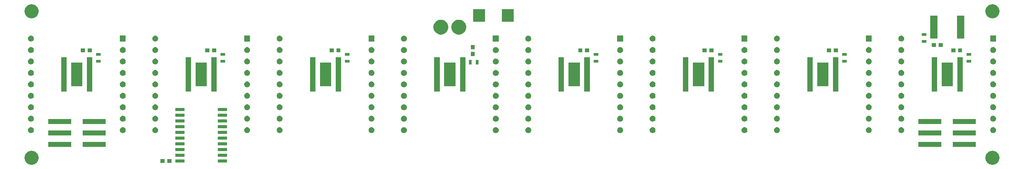
<source format=gbr>
G04 #@! TF.GenerationSoftware,KiCad,Pcbnew,(6.0.0-rc1-dev-557-ge985f797c)*
G04 #@! TF.CreationDate,2021-03-05T01:29:39+01:00*
G04 #@! TF.ProjectId,16seg_Module,31367365675F4D6F64756C652E6B6963,1.0*
G04 #@! TF.SameCoordinates,Original*
G04 #@! TF.FileFunction,Soldermask,Top*
G04 #@! TF.FilePolarity,Negative*
%FSLAX46Y46*%
G04 Gerber Fmt 4.6, Leading zero omitted, Abs format (unit mm)*
G04 Created by KiCad (PCBNEW (6.0.0-rc1-dev-557-ge985f797c)) date 03/05/21 01:29:39*
%MOMM*%
%LPD*%
G01*
G04 APERTURE LIST*
%ADD10C,0.100000*%
G04 APERTURE END LIST*
D10*
G36*
X255852527Y-75488736D02*
X255952410Y-75508604D01*
X256234674Y-75625521D01*
X256488705Y-75795259D01*
X256704741Y-76011295D01*
X256874479Y-76265326D01*
X256991396Y-76547590D01*
X257051000Y-76847240D01*
X257051000Y-77152760D01*
X256991396Y-77452410D01*
X256874479Y-77734674D01*
X256704741Y-77988705D01*
X256488705Y-78204741D01*
X256234674Y-78374479D01*
X255952410Y-78491396D01*
X255852527Y-78511264D01*
X255652762Y-78551000D01*
X255347238Y-78551000D01*
X255147473Y-78511264D01*
X255047590Y-78491396D01*
X254765326Y-78374479D01*
X254511295Y-78204741D01*
X254295259Y-77988705D01*
X254125521Y-77734674D01*
X254008604Y-77452410D01*
X253949000Y-77152760D01*
X253949000Y-76847240D01*
X254008604Y-76547590D01*
X254125521Y-76265326D01*
X254295259Y-76011295D01*
X254511295Y-75795259D01*
X254765326Y-75625521D01*
X255047590Y-75508604D01*
X255147473Y-75488736D01*
X255347238Y-75449000D01*
X255652762Y-75449000D01*
X255852527Y-75488736D01*
X255852527Y-75488736D01*
G37*
G36*
X43352527Y-75488736D02*
X43452410Y-75508604D01*
X43734674Y-75625521D01*
X43988705Y-75795259D01*
X44204741Y-76011295D01*
X44374479Y-76265326D01*
X44491396Y-76547590D01*
X44551000Y-76847240D01*
X44551000Y-77152760D01*
X44491396Y-77452410D01*
X44374479Y-77734674D01*
X44204741Y-77988705D01*
X43988705Y-78204741D01*
X43734674Y-78374479D01*
X43452410Y-78491396D01*
X43352527Y-78511264D01*
X43152762Y-78551000D01*
X42847238Y-78551000D01*
X42647473Y-78511264D01*
X42547590Y-78491396D01*
X42265326Y-78374479D01*
X42011295Y-78204741D01*
X41795259Y-77988705D01*
X41625521Y-77734674D01*
X41508604Y-77452410D01*
X41449000Y-77152760D01*
X41449000Y-76847240D01*
X41508604Y-76547590D01*
X41625521Y-76265326D01*
X41795259Y-76011295D01*
X42011295Y-75795259D01*
X42265326Y-75625521D01*
X42547590Y-75508604D01*
X42647473Y-75488736D01*
X42847238Y-75449000D01*
X43152762Y-75449000D01*
X43352527Y-75488736D01*
X43352527Y-75488736D01*
G37*
G36*
X72401000Y-78126000D02*
X71499000Y-78126000D01*
X71499000Y-77274000D01*
X72401000Y-77274000D01*
X72401000Y-78126000D01*
X72401000Y-78126000D01*
G37*
G36*
X73901000Y-78126000D02*
X72999000Y-78126000D01*
X72999000Y-77274000D01*
X73901000Y-77274000D01*
X73901000Y-78126000D01*
X73901000Y-78126000D01*
G37*
G36*
X76826000Y-78066000D02*
X74774000Y-78066000D01*
X74774000Y-77364000D01*
X76826000Y-77364000D01*
X76826000Y-78066000D01*
X76826000Y-78066000D01*
G37*
G36*
X86226000Y-78066000D02*
X84174000Y-78066000D01*
X84174000Y-77364000D01*
X86226000Y-77364000D01*
X86226000Y-78066000D01*
X86226000Y-78066000D01*
G37*
G36*
X86226000Y-76796000D02*
X84174000Y-76796000D01*
X84174000Y-76094000D01*
X86226000Y-76094000D01*
X86226000Y-76796000D01*
X86226000Y-76796000D01*
G37*
G36*
X76826000Y-76796000D02*
X74774000Y-76796000D01*
X74774000Y-76094000D01*
X76826000Y-76094000D01*
X76826000Y-76796000D01*
X76826000Y-76796000D01*
G37*
G36*
X76826000Y-75526000D02*
X74774000Y-75526000D01*
X74774000Y-74824000D01*
X76826000Y-74824000D01*
X76826000Y-75526000D01*
X76826000Y-75526000D01*
G37*
G36*
X86226000Y-75526000D02*
X84174000Y-75526000D01*
X84174000Y-74824000D01*
X86226000Y-74824000D01*
X86226000Y-75526000D01*
X86226000Y-75526000D01*
G37*
G36*
X51741000Y-74591000D02*
X46639000Y-74591000D01*
X46639000Y-73489000D01*
X51741000Y-73489000D01*
X51741000Y-74591000D01*
X51741000Y-74591000D01*
G37*
G36*
X59361000Y-74591000D02*
X54259000Y-74591000D01*
X54259000Y-73489000D01*
X59361000Y-73489000D01*
X59361000Y-74591000D01*
X59361000Y-74591000D01*
G37*
G36*
X251861000Y-74591000D02*
X246759000Y-74591000D01*
X246759000Y-73489000D01*
X251861000Y-73489000D01*
X251861000Y-74591000D01*
X251861000Y-74591000D01*
G37*
G36*
X244241000Y-74591000D02*
X239139000Y-74591000D01*
X239139000Y-73489000D01*
X244241000Y-73489000D01*
X244241000Y-74591000D01*
X244241000Y-74591000D01*
G37*
G36*
X76826000Y-74256000D02*
X74774000Y-74256000D01*
X74774000Y-73554000D01*
X76826000Y-73554000D01*
X76826000Y-74256000D01*
X76826000Y-74256000D01*
G37*
G36*
X86226000Y-74256000D02*
X84174000Y-74256000D01*
X84174000Y-73554000D01*
X86226000Y-73554000D01*
X86226000Y-74256000D01*
X86226000Y-74256000D01*
G37*
G36*
X76826000Y-72986000D02*
X74774000Y-72986000D01*
X74774000Y-72284000D01*
X76826000Y-72284000D01*
X76826000Y-72986000D01*
X76826000Y-72986000D01*
G37*
G36*
X86226000Y-72986000D02*
X84174000Y-72986000D01*
X84174000Y-72284000D01*
X86226000Y-72284000D01*
X86226000Y-72986000D01*
X86226000Y-72986000D01*
G37*
G36*
X244241000Y-72051000D02*
X239139000Y-72051000D01*
X239139000Y-70949000D01*
X244241000Y-70949000D01*
X244241000Y-72051000D01*
X244241000Y-72051000D01*
G37*
G36*
X251861000Y-72051000D02*
X246759000Y-72051000D01*
X246759000Y-70949000D01*
X251861000Y-70949000D01*
X251861000Y-72051000D01*
X251861000Y-72051000D01*
G37*
G36*
X51741000Y-72051000D02*
X46639000Y-72051000D01*
X46639000Y-70949000D01*
X51741000Y-70949000D01*
X51741000Y-72051000D01*
X51741000Y-72051000D01*
G37*
G36*
X59361000Y-72051000D02*
X54259000Y-72051000D01*
X54259000Y-70949000D01*
X59361000Y-70949000D01*
X59361000Y-72051000D01*
X59361000Y-72051000D01*
G37*
G36*
X76826000Y-71716000D02*
X74774000Y-71716000D01*
X74774000Y-71014000D01*
X76826000Y-71014000D01*
X76826000Y-71716000D01*
X76826000Y-71716000D01*
G37*
G36*
X86226000Y-71716000D02*
X84174000Y-71716000D01*
X84174000Y-71014000D01*
X86226000Y-71014000D01*
X86226000Y-71716000D01*
X86226000Y-71716000D01*
G37*
G36*
X173349890Y-70226321D02*
X173468361Y-70275393D01*
X173574992Y-70346642D01*
X173665662Y-70437312D01*
X173736911Y-70543943D01*
X173785983Y-70662414D01*
X173811000Y-70788185D01*
X173811000Y-70916423D01*
X173785983Y-71042194D01*
X173736911Y-71160665D01*
X173665662Y-71267296D01*
X173574992Y-71357966D01*
X173468361Y-71429215D01*
X173349890Y-71478287D01*
X173224119Y-71503304D01*
X173095881Y-71503304D01*
X172970110Y-71478287D01*
X172851639Y-71429215D01*
X172745008Y-71357966D01*
X172654338Y-71267296D01*
X172583089Y-71160665D01*
X172534017Y-71042194D01*
X172509000Y-70916423D01*
X172509000Y-70788185D01*
X172534017Y-70662414D01*
X172583089Y-70543943D01*
X172654338Y-70437312D01*
X172745008Y-70346642D01*
X172851639Y-70275393D01*
X172970110Y-70226321D01*
X173095881Y-70201304D01*
X173224119Y-70201304D01*
X173349890Y-70226321D01*
X173349890Y-70226321D01*
G37*
G36*
X125529890Y-70226321D02*
X125648361Y-70275393D01*
X125754992Y-70346642D01*
X125845662Y-70437312D01*
X125916911Y-70543943D01*
X125965983Y-70662414D01*
X125991000Y-70788185D01*
X125991000Y-70916423D01*
X125965983Y-71042194D01*
X125916911Y-71160665D01*
X125845662Y-71267296D01*
X125754992Y-71357966D01*
X125648361Y-71429215D01*
X125529890Y-71478287D01*
X125404119Y-71503304D01*
X125275881Y-71503304D01*
X125150110Y-71478287D01*
X125031639Y-71429215D01*
X124925008Y-71357966D01*
X124834338Y-71267296D01*
X124763089Y-71160665D01*
X124714017Y-71042194D01*
X124689000Y-70916423D01*
X124689000Y-70788185D01*
X124714017Y-70662414D01*
X124763089Y-70543943D01*
X124834338Y-70437312D01*
X124925008Y-70346642D01*
X125031639Y-70275393D01*
X125150110Y-70226321D01*
X125275881Y-70201304D01*
X125404119Y-70201304D01*
X125529890Y-70226321D01*
X125529890Y-70226321D01*
G37*
G36*
X118349890Y-70226321D02*
X118468361Y-70275393D01*
X118574992Y-70346642D01*
X118665662Y-70437312D01*
X118736911Y-70543943D01*
X118785983Y-70662414D01*
X118811000Y-70788185D01*
X118811000Y-70916423D01*
X118785983Y-71042194D01*
X118736911Y-71160665D01*
X118665662Y-71267296D01*
X118574992Y-71357966D01*
X118468361Y-71429215D01*
X118349890Y-71478287D01*
X118224119Y-71503304D01*
X118095881Y-71503304D01*
X117970110Y-71478287D01*
X117851639Y-71429215D01*
X117745008Y-71357966D01*
X117654338Y-71267296D01*
X117583089Y-71160665D01*
X117534017Y-71042194D01*
X117509000Y-70916423D01*
X117509000Y-70788185D01*
X117534017Y-70662414D01*
X117583089Y-70543943D01*
X117654338Y-70437312D01*
X117745008Y-70346642D01*
X117851639Y-70275393D01*
X117970110Y-70226321D01*
X118095881Y-70201304D01*
X118224119Y-70201304D01*
X118349890Y-70226321D01*
X118349890Y-70226321D01*
G37*
G36*
X145849890Y-70226321D02*
X145968361Y-70275393D01*
X146074992Y-70346642D01*
X146165662Y-70437312D01*
X146236911Y-70543943D01*
X146285983Y-70662414D01*
X146311000Y-70788185D01*
X146311000Y-70916423D01*
X146285983Y-71042194D01*
X146236911Y-71160665D01*
X146165662Y-71267296D01*
X146074992Y-71357966D01*
X145968361Y-71429215D01*
X145849890Y-71478287D01*
X145724119Y-71503304D01*
X145595881Y-71503304D01*
X145470110Y-71478287D01*
X145351639Y-71429215D01*
X145245008Y-71357966D01*
X145154338Y-71267296D01*
X145083089Y-71160665D01*
X145034017Y-71042194D01*
X145009000Y-70916423D01*
X145009000Y-70788185D01*
X145034017Y-70662414D01*
X145083089Y-70543943D01*
X145154338Y-70437312D01*
X145245008Y-70346642D01*
X145351639Y-70275393D01*
X145470110Y-70226321D01*
X145595881Y-70201304D01*
X145724119Y-70201304D01*
X145849890Y-70226321D01*
X145849890Y-70226321D01*
G37*
G36*
X208029890Y-70226321D02*
X208148361Y-70275393D01*
X208254992Y-70346642D01*
X208345662Y-70437312D01*
X208416911Y-70543943D01*
X208465983Y-70662414D01*
X208491000Y-70788185D01*
X208491000Y-70916423D01*
X208465983Y-71042194D01*
X208416911Y-71160665D01*
X208345662Y-71267296D01*
X208254992Y-71357966D01*
X208148361Y-71429215D01*
X208029890Y-71478287D01*
X207904119Y-71503304D01*
X207775881Y-71503304D01*
X207650110Y-71478287D01*
X207531639Y-71429215D01*
X207425008Y-71357966D01*
X207334338Y-71267296D01*
X207263089Y-71160665D01*
X207214017Y-71042194D01*
X207189000Y-70916423D01*
X207189000Y-70788185D01*
X207214017Y-70662414D01*
X207263089Y-70543943D01*
X207334338Y-70437312D01*
X207425008Y-70346642D01*
X207531639Y-70275393D01*
X207650110Y-70226321D01*
X207775881Y-70201304D01*
X207904119Y-70201304D01*
X208029890Y-70226321D01*
X208029890Y-70226321D01*
G37*
G36*
X200849890Y-70226321D02*
X200968361Y-70275393D01*
X201074992Y-70346642D01*
X201165662Y-70437312D01*
X201236911Y-70543943D01*
X201285983Y-70662414D01*
X201311000Y-70788185D01*
X201311000Y-70916423D01*
X201285983Y-71042194D01*
X201236911Y-71160665D01*
X201165662Y-71267296D01*
X201074992Y-71357966D01*
X200968361Y-71429215D01*
X200849890Y-71478287D01*
X200724119Y-71503304D01*
X200595881Y-71503304D01*
X200470110Y-71478287D01*
X200351639Y-71429215D01*
X200245008Y-71357966D01*
X200154338Y-71267296D01*
X200083089Y-71160665D01*
X200034017Y-71042194D01*
X200009000Y-70916423D01*
X200009000Y-70788185D01*
X200034017Y-70662414D01*
X200083089Y-70543943D01*
X200154338Y-70437312D01*
X200245008Y-70346642D01*
X200351639Y-70275393D01*
X200470110Y-70226321D01*
X200595881Y-70201304D01*
X200724119Y-70201304D01*
X200849890Y-70226321D01*
X200849890Y-70226321D01*
G37*
G36*
X43029890Y-70226321D02*
X43148361Y-70275393D01*
X43254992Y-70346642D01*
X43345662Y-70437312D01*
X43416911Y-70543943D01*
X43465983Y-70662414D01*
X43491000Y-70788185D01*
X43491000Y-70916423D01*
X43465983Y-71042194D01*
X43416911Y-71160665D01*
X43345662Y-71267296D01*
X43254992Y-71357966D01*
X43148361Y-71429215D01*
X43029890Y-71478287D01*
X42904119Y-71503304D01*
X42775881Y-71503304D01*
X42650110Y-71478287D01*
X42531639Y-71429215D01*
X42425008Y-71357966D01*
X42334338Y-71267296D01*
X42263089Y-71160665D01*
X42214017Y-71042194D01*
X42189000Y-70916423D01*
X42189000Y-70788185D01*
X42214017Y-70662414D01*
X42263089Y-70543943D01*
X42334338Y-70437312D01*
X42425008Y-70346642D01*
X42531639Y-70275393D01*
X42650110Y-70226321D01*
X42775881Y-70201304D01*
X42904119Y-70201304D01*
X43029890Y-70226321D01*
X43029890Y-70226321D01*
G37*
G36*
X63349890Y-70226321D02*
X63468361Y-70275393D01*
X63574992Y-70346642D01*
X63665662Y-70437312D01*
X63736911Y-70543943D01*
X63785983Y-70662414D01*
X63811000Y-70788185D01*
X63811000Y-70916423D01*
X63785983Y-71042194D01*
X63736911Y-71160665D01*
X63665662Y-71267296D01*
X63574992Y-71357966D01*
X63468361Y-71429215D01*
X63349890Y-71478287D01*
X63224119Y-71503304D01*
X63095881Y-71503304D01*
X62970110Y-71478287D01*
X62851639Y-71429215D01*
X62745008Y-71357966D01*
X62654338Y-71267296D01*
X62583089Y-71160665D01*
X62534017Y-71042194D01*
X62509000Y-70916423D01*
X62509000Y-70788185D01*
X62534017Y-70662414D01*
X62583089Y-70543943D01*
X62654338Y-70437312D01*
X62745008Y-70346642D01*
X62851639Y-70275393D01*
X62970110Y-70226321D01*
X63095881Y-70201304D01*
X63224119Y-70201304D01*
X63349890Y-70226321D01*
X63349890Y-70226321D01*
G37*
G36*
X90849890Y-70226321D02*
X90968361Y-70275393D01*
X91074992Y-70346642D01*
X91165662Y-70437312D01*
X91236911Y-70543943D01*
X91285983Y-70662414D01*
X91311000Y-70788185D01*
X91311000Y-70916423D01*
X91285983Y-71042194D01*
X91236911Y-71160665D01*
X91165662Y-71267296D01*
X91074992Y-71357966D01*
X90968361Y-71429215D01*
X90849890Y-71478287D01*
X90724119Y-71503304D01*
X90595881Y-71503304D01*
X90470110Y-71478287D01*
X90351639Y-71429215D01*
X90245008Y-71357966D01*
X90154338Y-71267296D01*
X90083089Y-71160665D01*
X90034017Y-71042194D01*
X90009000Y-70916423D01*
X90009000Y-70788185D01*
X90034017Y-70662414D01*
X90083089Y-70543943D01*
X90154338Y-70437312D01*
X90245008Y-70346642D01*
X90351639Y-70275393D01*
X90470110Y-70226321D01*
X90595881Y-70201304D01*
X90724119Y-70201304D01*
X90849890Y-70226321D01*
X90849890Y-70226321D01*
G37*
G36*
X180529890Y-70226321D02*
X180648361Y-70275393D01*
X180754992Y-70346642D01*
X180845662Y-70437312D01*
X180916911Y-70543943D01*
X180965983Y-70662414D01*
X180991000Y-70788185D01*
X180991000Y-70916423D01*
X180965983Y-71042194D01*
X180916911Y-71160665D01*
X180845662Y-71267296D01*
X180754992Y-71357966D01*
X180648361Y-71429215D01*
X180529890Y-71478287D01*
X180404119Y-71503304D01*
X180275881Y-71503304D01*
X180150110Y-71478287D01*
X180031639Y-71429215D01*
X179925008Y-71357966D01*
X179834338Y-71267296D01*
X179763089Y-71160665D01*
X179714017Y-71042194D01*
X179689000Y-70916423D01*
X179689000Y-70788185D01*
X179714017Y-70662414D01*
X179763089Y-70543943D01*
X179834338Y-70437312D01*
X179925008Y-70346642D01*
X180031639Y-70275393D01*
X180150110Y-70226321D01*
X180275881Y-70201304D01*
X180404119Y-70201304D01*
X180529890Y-70226321D01*
X180529890Y-70226321D01*
G37*
G36*
X153029890Y-70226321D02*
X153148361Y-70275393D01*
X153254992Y-70346642D01*
X153345662Y-70437312D01*
X153416911Y-70543943D01*
X153465983Y-70662414D01*
X153491000Y-70788185D01*
X153491000Y-70916423D01*
X153465983Y-71042194D01*
X153416911Y-71160665D01*
X153345662Y-71267296D01*
X153254992Y-71357966D01*
X153148361Y-71429215D01*
X153029890Y-71478287D01*
X152904119Y-71503304D01*
X152775881Y-71503304D01*
X152650110Y-71478287D01*
X152531639Y-71429215D01*
X152425008Y-71357966D01*
X152334338Y-71267296D01*
X152263089Y-71160665D01*
X152214017Y-71042194D01*
X152189000Y-70916423D01*
X152189000Y-70788185D01*
X152214017Y-70662414D01*
X152263089Y-70543943D01*
X152334338Y-70437312D01*
X152425008Y-70346642D01*
X152531639Y-70275393D01*
X152650110Y-70226321D01*
X152775881Y-70201304D01*
X152904119Y-70201304D01*
X153029890Y-70226321D01*
X153029890Y-70226321D01*
G37*
G36*
X255849890Y-70226321D02*
X255968361Y-70275393D01*
X256074992Y-70346642D01*
X256165662Y-70437312D01*
X256236911Y-70543943D01*
X256285983Y-70662414D01*
X256311000Y-70788185D01*
X256311000Y-70916423D01*
X256285983Y-71042194D01*
X256236911Y-71160665D01*
X256165662Y-71267296D01*
X256074992Y-71357966D01*
X255968361Y-71429215D01*
X255849890Y-71478287D01*
X255724119Y-71503304D01*
X255595881Y-71503304D01*
X255470110Y-71478287D01*
X255351639Y-71429215D01*
X255245008Y-71357966D01*
X255154338Y-71267296D01*
X255083089Y-71160665D01*
X255034017Y-71042194D01*
X255009000Y-70916423D01*
X255009000Y-70788185D01*
X255034017Y-70662414D01*
X255083089Y-70543943D01*
X255154338Y-70437312D01*
X255245008Y-70346642D01*
X255351639Y-70275393D01*
X255470110Y-70226321D01*
X255595881Y-70201304D01*
X255724119Y-70201304D01*
X255849890Y-70226321D01*
X255849890Y-70226321D01*
G37*
G36*
X235529890Y-70226321D02*
X235648361Y-70275393D01*
X235754992Y-70346642D01*
X235845662Y-70437312D01*
X235916911Y-70543943D01*
X235965983Y-70662414D01*
X235991000Y-70788185D01*
X235991000Y-70916423D01*
X235965983Y-71042194D01*
X235916911Y-71160665D01*
X235845662Y-71267296D01*
X235754992Y-71357966D01*
X235648361Y-71429215D01*
X235529890Y-71478287D01*
X235404119Y-71503304D01*
X235275881Y-71503304D01*
X235150110Y-71478287D01*
X235031639Y-71429215D01*
X234925008Y-71357966D01*
X234834338Y-71267296D01*
X234763089Y-71160665D01*
X234714017Y-71042194D01*
X234689000Y-70916423D01*
X234689000Y-70788185D01*
X234714017Y-70662414D01*
X234763089Y-70543943D01*
X234834338Y-70437312D01*
X234925008Y-70346642D01*
X235031639Y-70275393D01*
X235150110Y-70226321D01*
X235275881Y-70201304D01*
X235404119Y-70201304D01*
X235529890Y-70226321D01*
X235529890Y-70226321D01*
G37*
G36*
X98029890Y-70226321D02*
X98148361Y-70275393D01*
X98254992Y-70346642D01*
X98345662Y-70437312D01*
X98416911Y-70543943D01*
X98465983Y-70662414D01*
X98491000Y-70788185D01*
X98491000Y-70916423D01*
X98465983Y-71042194D01*
X98416911Y-71160665D01*
X98345662Y-71267296D01*
X98254992Y-71357966D01*
X98148361Y-71429215D01*
X98029890Y-71478287D01*
X97904119Y-71503304D01*
X97775881Y-71503304D01*
X97650110Y-71478287D01*
X97531639Y-71429215D01*
X97425008Y-71357966D01*
X97334338Y-71267296D01*
X97263089Y-71160665D01*
X97214017Y-71042194D01*
X97189000Y-70916423D01*
X97189000Y-70788185D01*
X97214017Y-70662414D01*
X97263089Y-70543943D01*
X97334338Y-70437312D01*
X97425008Y-70346642D01*
X97531639Y-70275393D01*
X97650110Y-70226321D01*
X97775881Y-70201304D01*
X97904119Y-70201304D01*
X98029890Y-70226321D01*
X98029890Y-70226321D01*
G37*
G36*
X228349890Y-70226321D02*
X228468361Y-70275393D01*
X228574992Y-70346642D01*
X228665662Y-70437312D01*
X228736911Y-70543943D01*
X228785983Y-70662414D01*
X228811000Y-70788185D01*
X228811000Y-70916423D01*
X228785983Y-71042194D01*
X228736911Y-71160665D01*
X228665662Y-71267296D01*
X228574992Y-71357966D01*
X228468361Y-71429215D01*
X228349890Y-71478287D01*
X228224119Y-71503304D01*
X228095881Y-71503304D01*
X227970110Y-71478287D01*
X227851639Y-71429215D01*
X227745008Y-71357966D01*
X227654338Y-71267296D01*
X227583089Y-71160665D01*
X227534017Y-71042194D01*
X227509000Y-70916423D01*
X227509000Y-70788185D01*
X227534017Y-70662414D01*
X227583089Y-70543943D01*
X227654338Y-70437312D01*
X227745008Y-70346642D01*
X227851639Y-70275393D01*
X227970110Y-70226321D01*
X228095881Y-70201304D01*
X228224119Y-70201304D01*
X228349890Y-70226321D01*
X228349890Y-70226321D01*
G37*
G36*
X70529890Y-70226321D02*
X70648361Y-70275393D01*
X70754992Y-70346642D01*
X70845662Y-70437312D01*
X70916911Y-70543943D01*
X70965983Y-70662414D01*
X70991000Y-70788185D01*
X70991000Y-70916423D01*
X70965983Y-71042194D01*
X70916911Y-71160665D01*
X70845662Y-71267296D01*
X70754992Y-71357966D01*
X70648361Y-71429215D01*
X70529890Y-71478287D01*
X70404119Y-71503304D01*
X70275881Y-71503304D01*
X70150110Y-71478287D01*
X70031639Y-71429215D01*
X69925008Y-71357966D01*
X69834338Y-71267296D01*
X69763089Y-71160665D01*
X69714017Y-71042194D01*
X69689000Y-70916423D01*
X69689000Y-70788185D01*
X69714017Y-70662414D01*
X69763089Y-70543943D01*
X69834338Y-70437312D01*
X69925008Y-70346642D01*
X70031639Y-70275393D01*
X70150110Y-70226321D01*
X70275881Y-70201304D01*
X70404119Y-70201304D01*
X70529890Y-70226321D01*
X70529890Y-70226321D01*
G37*
G36*
X76826000Y-70446000D02*
X74774000Y-70446000D01*
X74774000Y-69744000D01*
X76826000Y-69744000D01*
X76826000Y-70446000D01*
X76826000Y-70446000D01*
G37*
G36*
X86226000Y-70446000D02*
X84174000Y-70446000D01*
X84174000Y-69744000D01*
X86226000Y-69744000D01*
X86226000Y-70446000D01*
X86226000Y-70446000D01*
G37*
G36*
X251861000Y-69511000D02*
X246759000Y-69511000D01*
X246759000Y-68409000D01*
X251861000Y-68409000D01*
X251861000Y-69511000D01*
X251861000Y-69511000D01*
G37*
G36*
X244241000Y-69511000D02*
X239139000Y-69511000D01*
X239139000Y-68409000D01*
X244241000Y-68409000D01*
X244241000Y-69511000D01*
X244241000Y-69511000D01*
G37*
G36*
X51741000Y-69511000D02*
X46639000Y-69511000D01*
X46639000Y-68409000D01*
X51741000Y-68409000D01*
X51741000Y-69511000D01*
X51741000Y-69511000D01*
G37*
G36*
X59361000Y-69511000D02*
X54259000Y-69511000D01*
X54259000Y-68409000D01*
X59361000Y-68409000D01*
X59361000Y-69511000D01*
X59361000Y-69511000D01*
G37*
G36*
X86226000Y-69176000D02*
X84174000Y-69176000D01*
X84174000Y-68474000D01*
X86226000Y-68474000D01*
X86226000Y-69176000D01*
X86226000Y-69176000D01*
G37*
G36*
X76826000Y-69176000D02*
X74774000Y-69176000D01*
X74774000Y-68474000D01*
X76826000Y-68474000D01*
X76826000Y-69176000D01*
X76826000Y-69176000D01*
G37*
G36*
X70529890Y-67686321D02*
X70648361Y-67735393D01*
X70754992Y-67806642D01*
X70845662Y-67897312D01*
X70916911Y-68003943D01*
X70965983Y-68122414D01*
X70991000Y-68248185D01*
X70991000Y-68376423D01*
X70965983Y-68502194D01*
X70916911Y-68620665D01*
X70845662Y-68727296D01*
X70754992Y-68817966D01*
X70648361Y-68889215D01*
X70529890Y-68938287D01*
X70404119Y-68963304D01*
X70275881Y-68963304D01*
X70150110Y-68938287D01*
X70031639Y-68889215D01*
X69925008Y-68817966D01*
X69834338Y-68727296D01*
X69763089Y-68620665D01*
X69714017Y-68502194D01*
X69689000Y-68376423D01*
X69689000Y-68248185D01*
X69714017Y-68122414D01*
X69763089Y-68003943D01*
X69834338Y-67897312D01*
X69925008Y-67806642D01*
X70031639Y-67735393D01*
X70150110Y-67686321D01*
X70275881Y-67661304D01*
X70404119Y-67661304D01*
X70529890Y-67686321D01*
X70529890Y-67686321D01*
G37*
G36*
X90849890Y-67686321D02*
X90968361Y-67735393D01*
X91074992Y-67806642D01*
X91165662Y-67897312D01*
X91236911Y-68003943D01*
X91285983Y-68122414D01*
X91311000Y-68248185D01*
X91311000Y-68376423D01*
X91285983Y-68502194D01*
X91236911Y-68620665D01*
X91165662Y-68727296D01*
X91074992Y-68817966D01*
X90968361Y-68889215D01*
X90849890Y-68938287D01*
X90724119Y-68963304D01*
X90595881Y-68963304D01*
X90470110Y-68938287D01*
X90351639Y-68889215D01*
X90245008Y-68817966D01*
X90154338Y-68727296D01*
X90083089Y-68620665D01*
X90034017Y-68502194D01*
X90009000Y-68376423D01*
X90009000Y-68248185D01*
X90034017Y-68122414D01*
X90083089Y-68003943D01*
X90154338Y-67897312D01*
X90245008Y-67806642D01*
X90351639Y-67735393D01*
X90470110Y-67686321D01*
X90595881Y-67661304D01*
X90724119Y-67661304D01*
X90849890Y-67686321D01*
X90849890Y-67686321D01*
G37*
G36*
X180529890Y-67686321D02*
X180648361Y-67735393D01*
X180754992Y-67806642D01*
X180845662Y-67897312D01*
X180916911Y-68003943D01*
X180965983Y-68122414D01*
X180991000Y-68248185D01*
X180991000Y-68376423D01*
X180965983Y-68502194D01*
X180916911Y-68620665D01*
X180845662Y-68727296D01*
X180754992Y-68817966D01*
X180648361Y-68889215D01*
X180529890Y-68938287D01*
X180404119Y-68963304D01*
X180275881Y-68963304D01*
X180150110Y-68938287D01*
X180031639Y-68889215D01*
X179925008Y-68817966D01*
X179834338Y-68727296D01*
X179763089Y-68620665D01*
X179714017Y-68502194D01*
X179689000Y-68376423D01*
X179689000Y-68248185D01*
X179714017Y-68122414D01*
X179763089Y-68003943D01*
X179834338Y-67897312D01*
X179925008Y-67806642D01*
X180031639Y-67735393D01*
X180150110Y-67686321D01*
X180275881Y-67661304D01*
X180404119Y-67661304D01*
X180529890Y-67686321D01*
X180529890Y-67686321D01*
G37*
G36*
X208029890Y-67686321D02*
X208148361Y-67735393D01*
X208254992Y-67806642D01*
X208345662Y-67897312D01*
X208416911Y-68003943D01*
X208465983Y-68122414D01*
X208491000Y-68248185D01*
X208491000Y-68376423D01*
X208465983Y-68502194D01*
X208416911Y-68620665D01*
X208345662Y-68727296D01*
X208254992Y-68817966D01*
X208148361Y-68889215D01*
X208029890Y-68938287D01*
X207904119Y-68963304D01*
X207775881Y-68963304D01*
X207650110Y-68938287D01*
X207531639Y-68889215D01*
X207425008Y-68817966D01*
X207334338Y-68727296D01*
X207263089Y-68620665D01*
X207214017Y-68502194D01*
X207189000Y-68376423D01*
X207189000Y-68248185D01*
X207214017Y-68122414D01*
X207263089Y-68003943D01*
X207334338Y-67897312D01*
X207425008Y-67806642D01*
X207531639Y-67735393D01*
X207650110Y-67686321D01*
X207775881Y-67661304D01*
X207904119Y-67661304D01*
X208029890Y-67686321D01*
X208029890Y-67686321D01*
G37*
G36*
X43029890Y-67686321D02*
X43148361Y-67735393D01*
X43254992Y-67806642D01*
X43345662Y-67897312D01*
X43416911Y-68003943D01*
X43465983Y-68122414D01*
X43491000Y-68248185D01*
X43491000Y-68376423D01*
X43465983Y-68502194D01*
X43416911Y-68620665D01*
X43345662Y-68727296D01*
X43254992Y-68817966D01*
X43148361Y-68889215D01*
X43029890Y-68938287D01*
X42904119Y-68963304D01*
X42775881Y-68963304D01*
X42650110Y-68938287D01*
X42531639Y-68889215D01*
X42425008Y-68817966D01*
X42334338Y-68727296D01*
X42263089Y-68620665D01*
X42214017Y-68502194D01*
X42189000Y-68376423D01*
X42189000Y-68248185D01*
X42214017Y-68122414D01*
X42263089Y-68003943D01*
X42334338Y-67897312D01*
X42425008Y-67806642D01*
X42531639Y-67735393D01*
X42650110Y-67686321D01*
X42775881Y-67661304D01*
X42904119Y-67661304D01*
X43029890Y-67686321D01*
X43029890Y-67686321D01*
G37*
G36*
X228349890Y-67686321D02*
X228468361Y-67735393D01*
X228574992Y-67806642D01*
X228665662Y-67897312D01*
X228736911Y-68003943D01*
X228785983Y-68122414D01*
X228811000Y-68248185D01*
X228811000Y-68376423D01*
X228785983Y-68502194D01*
X228736911Y-68620665D01*
X228665662Y-68727296D01*
X228574992Y-68817966D01*
X228468361Y-68889215D01*
X228349890Y-68938287D01*
X228224119Y-68963304D01*
X228095881Y-68963304D01*
X227970110Y-68938287D01*
X227851639Y-68889215D01*
X227745008Y-68817966D01*
X227654338Y-68727296D01*
X227583089Y-68620665D01*
X227534017Y-68502194D01*
X227509000Y-68376423D01*
X227509000Y-68248185D01*
X227534017Y-68122414D01*
X227583089Y-68003943D01*
X227654338Y-67897312D01*
X227745008Y-67806642D01*
X227851639Y-67735393D01*
X227970110Y-67686321D01*
X228095881Y-67661304D01*
X228224119Y-67661304D01*
X228349890Y-67686321D01*
X228349890Y-67686321D01*
G37*
G36*
X153029890Y-67686321D02*
X153148361Y-67735393D01*
X153254992Y-67806642D01*
X153345662Y-67897312D01*
X153416911Y-68003943D01*
X153465983Y-68122414D01*
X153491000Y-68248185D01*
X153491000Y-68376423D01*
X153465983Y-68502194D01*
X153416911Y-68620665D01*
X153345662Y-68727296D01*
X153254992Y-68817966D01*
X153148361Y-68889215D01*
X153029890Y-68938287D01*
X152904119Y-68963304D01*
X152775881Y-68963304D01*
X152650110Y-68938287D01*
X152531639Y-68889215D01*
X152425008Y-68817966D01*
X152334338Y-68727296D01*
X152263089Y-68620665D01*
X152214017Y-68502194D01*
X152189000Y-68376423D01*
X152189000Y-68248185D01*
X152214017Y-68122414D01*
X152263089Y-68003943D01*
X152334338Y-67897312D01*
X152425008Y-67806642D01*
X152531639Y-67735393D01*
X152650110Y-67686321D01*
X152775881Y-67661304D01*
X152904119Y-67661304D01*
X153029890Y-67686321D01*
X153029890Y-67686321D01*
G37*
G36*
X235529890Y-67686321D02*
X235648361Y-67735393D01*
X235754992Y-67806642D01*
X235845662Y-67897312D01*
X235916911Y-68003943D01*
X235965983Y-68122414D01*
X235991000Y-68248185D01*
X235991000Y-68376423D01*
X235965983Y-68502194D01*
X235916911Y-68620665D01*
X235845662Y-68727296D01*
X235754992Y-68817966D01*
X235648361Y-68889215D01*
X235529890Y-68938287D01*
X235404119Y-68963304D01*
X235275881Y-68963304D01*
X235150110Y-68938287D01*
X235031639Y-68889215D01*
X234925008Y-68817966D01*
X234834338Y-68727296D01*
X234763089Y-68620665D01*
X234714017Y-68502194D01*
X234689000Y-68376423D01*
X234689000Y-68248185D01*
X234714017Y-68122414D01*
X234763089Y-68003943D01*
X234834338Y-67897312D01*
X234925008Y-67806642D01*
X235031639Y-67735393D01*
X235150110Y-67686321D01*
X235275881Y-67661304D01*
X235404119Y-67661304D01*
X235529890Y-67686321D01*
X235529890Y-67686321D01*
G37*
G36*
X145849890Y-67686321D02*
X145968361Y-67735393D01*
X146074992Y-67806642D01*
X146165662Y-67897312D01*
X146236911Y-68003943D01*
X146285983Y-68122414D01*
X146311000Y-68248185D01*
X146311000Y-68376423D01*
X146285983Y-68502194D01*
X146236911Y-68620665D01*
X146165662Y-68727296D01*
X146074992Y-68817966D01*
X145968361Y-68889215D01*
X145849890Y-68938287D01*
X145724119Y-68963304D01*
X145595881Y-68963304D01*
X145470110Y-68938287D01*
X145351639Y-68889215D01*
X145245008Y-68817966D01*
X145154338Y-68727296D01*
X145083089Y-68620665D01*
X145034017Y-68502194D01*
X145009000Y-68376423D01*
X145009000Y-68248185D01*
X145034017Y-68122414D01*
X145083089Y-68003943D01*
X145154338Y-67897312D01*
X145245008Y-67806642D01*
X145351639Y-67735393D01*
X145470110Y-67686321D01*
X145595881Y-67661304D01*
X145724119Y-67661304D01*
X145849890Y-67686321D01*
X145849890Y-67686321D01*
G37*
G36*
X125529890Y-67686321D02*
X125648361Y-67735393D01*
X125754992Y-67806642D01*
X125845662Y-67897312D01*
X125916911Y-68003943D01*
X125965983Y-68122414D01*
X125991000Y-68248185D01*
X125991000Y-68376423D01*
X125965983Y-68502194D01*
X125916911Y-68620665D01*
X125845662Y-68727296D01*
X125754992Y-68817966D01*
X125648361Y-68889215D01*
X125529890Y-68938287D01*
X125404119Y-68963304D01*
X125275881Y-68963304D01*
X125150110Y-68938287D01*
X125031639Y-68889215D01*
X124925008Y-68817966D01*
X124834338Y-68727296D01*
X124763089Y-68620665D01*
X124714017Y-68502194D01*
X124689000Y-68376423D01*
X124689000Y-68248185D01*
X124714017Y-68122414D01*
X124763089Y-68003943D01*
X124834338Y-67897312D01*
X124925008Y-67806642D01*
X125031639Y-67735393D01*
X125150110Y-67686321D01*
X125275881Y-67661304D01*
X125404119Y-67661304D01*
X125529890Y-67686321D01*
X125529890Y-67686321D01*
G37*
G36*
X98029890Y-67686321D02*
X98148361Y-67735393D01*
X98254992Y-67806642D01*
X98345662Y-67897312D01*
X98416911Y-68003943D01*
X98465983Y-68122414D01*
X98491000Y-68248185D01*
X98491000Y-68376423D01*
X98465983Y-68502194D01*
X98416911Y-68620665D01*
X98345662Y-68727296D01*
X98254992Y-68817966D01*
X98148361Y-68889215D01*
X98029890Y-68938287D01*
X97904119Y-68963304D01*
X97775881Y-68963304D01*
X97650110Y-68938287D01*
X97531639Y-68889215D01*
X97425008Y-68817966D01*
X97334338Y-68727296D01*
X97263089Y-68620665D01*
X97214017Y-68502194D01*
X97189000Y-68376423D01*
X97189000Y-68248185D01*
X97214017Y-68122414D01*
X97263089Y-68003943D01*
X97334338Y-67897312D01*
X97425008Y-67806642D01*
X97531639Y-67735393D01*
X97650110Y-67686321D01*
X97775881Y-67661304D01*
X97904119Y-67661304D01*
X98029890Y-67686321D01*
X98029890Y-67686321D01*
G37*
G36*
X200849890Y-67686321D02*
X200968361Y-67735393D01*
X201074992Y-67806642D01*
X201165662Y-67897312D01*
X201236911Y-68003943D01*
X201285983Y-68122414D01*
X201311000Y-68248185D01*
X201311000Y-68376423D01*
X201285983Y-68502194D01*
X201236911Y-68620665D01*
X201165662Y-68727296D01*
X201074992Y-68817966D01*
X200968361Y-68889215D01*
X200849890Y-68938287D01*
X200724119Y-68963304D01*
X200595881Y-68963304D01*
X200470110Y-68938287D01*
X200351639Y-68889215D01*
X200245008Y-68817966D01*
X200154338Y-68727296D01*
X200083089Y-68620665D01*
X200034017Y-68502194D01*
X200009000Y-68376423D01*
X200009000Y-68248185D01*
X200034017Y-68122414D01*
X200083089Y-68003943D01*
X200154338Y-67897312D01*
X200245008Y-67806642D01*
X200351639Y-67735393D01*
X200470110Y-67686321D01*
X200595881Y-67661304D01*
X200724119Y-67661304D01*
X200849890Y-67686321D01*
X200849890Y-67686321D01*
G37*
G36*
X255849890Y-67686321D02*
X255968361Y-67735393D01*
X256074992Y-67806642D01*
X256165662Y-67897312D01*
X256236911Y-68003943D01*
X256285983Y-68122414D01*
X256311000Y-68248185D01*
X256311000Y-68376423D01*
X256285983Y-68502194D01*
X256236911Y-68620665D01*
X256165662Y-68727296D01*
X256074992Y-68817966D01*
X255968361Y-68889215D01*
X255849890Y-68938287D01*
X255724119Y-68963304D01*
X255595881Y-68963304D01*
X255470110Y-68938287D01*
X255351639Y-68889215D01*
X255245008Y-68817966D01*
X255154338Y-68727296D01*
X255083089Y-68620665D01*
X255034017Y-68502194D01*
X255009000Y-68376423D01*
X255009000Y-68248185D01*
X255034017Y-68122414D01*
X255083089Y-68003943D01*
X255154338Y-67897312D01*
X255245008Y-67806642D01*
X255351639Y-67735393D01*
X255470110Y-67686321D01*
X255595881Y-67661304D01*
X255724119Y-67661304D01*
X255849890Y-67686321D01*
X255849890Y-67686321D01*
G37*
G36*
X63349890Y-67686321D02*
X63468361Y-67735393D01*
X63574992Y-67806642D01*
X63665662Y-67897312D01*
X63736911Y-68003943D01*
X63785983Y-68122414D01*
X63811000Y-68248185D01*
X63811000Y-68376423D01*
X63785983Y-68502194D01*
X63736911Y-68620665D01*
X63665662Y-68727296D01*
X63574992Y-68817966D01*
X63468361Y-68889215D01*
X63349890Y-68938287D01*
X63224119Y-68963304D01*
X63095881Y-68963304D01*
X62970110Y-68938287D01*
X62851639Y-68889215D01*
X62745008Y-68817966D01*
X62654338Y-68727296D01*
X62583089Y-68620665D01*
X62534017Y-68502194D01*
X62509000Y-68376423D01*
X62509000Y-68248185D01*
X62534017Y-68122414D01*
X62583089Y-68003943D01*
X62654338Y-67897312D01*
X62745008Y-67806642D01*
X62851639Y-67735393D01*
X62970110Y-67686321D01*
X63095881Y-67661304D01*
X63224119Y-67661304D01*
X63349890Y-67686321D01*
X63349890Y-67686321D01*
G37*
G36*
X173349890Y-67686321D02*
X173468361Y-67735393D01*
X173574992Y-67806642D01*
X173665662Y-67897312D01*
X173736911Y-68003943D01*
X173785983Y-68122414D01*
X173811000Y-68248185D01*
X173811000Y-68376423D01*
X173785983Y-68502194D01*
X173736911Y-68620665D01*
X173665662Y-68727296D01*
X173574992Y-68817966D01*
X173468361Y-68889215D01*
X173349890Y-68938287D01*
X173224119Y-68963304D01*
X173095881Y-68963304D01*
X172970110Y-68938287D01*
X172851639Y-68889215D01*
X172745008Y-68817966D01*
X172654338Y-68727296D01*
X172583089Y-68620665D01*
X172534017Y-68502194D01*
X172509000Y-68376423D01*
X172509000Y-68248185D01*
X172534017Y-68122414D01*
X172583089Y-68003943D01*
X172654338Y-67897312D01*
X172745008Y-67806642D01*
X172851639Y-67735393D01*
X172970110Y-67686321D01*
X173095881Y-67661304D01*
X173224119Y-67661304D01*
X173349890Y-67686321D01*
X173349890Y-67686321D01*
G37*
G36*
X118349890Y-67686321D02*
X118468361Y-67735393D01*
X118574992Y-67806642D01*
X118665662Y-67897312D01*
X118736911Y-68003943D01*
X118785983Y-68122414D01*
X118811000Y-68248185D01*
X118811000Y-68376423D01*
X118785983Y-68502194D01*
X118736911Y-68620665D01*
X118665662Y-68727296D01*
X118574992Y-68817966D01*
X118468361Y-68889215D01*
X118349890Y-68938287D01*
X118224119Y-68963304D01*
X118095881Y-68963304D01*
X117970110Y-68938287D01*
X117851639Y-68889215D01*
X117745008Y-68817966D01*
X117654338Y-68727296D01*
X117583089Y-68620665D01*
X117534017Y-68502194D01*
X117509000Y-68376423D01*
X117509000Y-68248185D01*
X117534017Y-68122414D01*
X117583089Y-68003943D01*
X117654338Y-67897312D01*
X117745008Y-67806642D01*
X117851639Y-67735393D01*
X117970110Y-67686321D01*
X118095881Y-67661304D01*
X118224119Y-67661304D01*
X118349890Y-67686321D01*
X118349890Y-67686321D01*
G37*
G36*
X86226000Y-67906000D02*
X84174000Y-67906000D01*
X84174000Y-67204000D01*
X86226000Y-67204000D01*
X86226000Y-67906000D01*
X86226000Y-67906000D01*
G37*
G36*
X76826000Y-67906000D02*
X74774000Y-67906000D01*
X74774000Y-67204000D01*
X76826000Y-67204000D01*
X76826000Y-67906000D01*
X76826000Y-67906000D01*
G37*
G36*
X86226000Y-66636000D02*
X84174000Y-66636000D01*
X84174000Y-65934000D01*
X86226000Y-65934000D01*
X86226000Y-66636000D01*
X86226000Y-66636000D01*
G37*
G36*
X76826000Y-66636000D02*
X74774000Y-66636000D01*
X74774000Y-65934000D01*
X76826000Y-65934000D01*
X76826000Y-66636000D01*
X76826000Y-66636000D01*
G37*
G36*
X63349890Y-65146321D02*
X63468361Y-65195393D01*
X63574992Y-65266642D01*
X63665662Y-65357312D01*
X63736911Y-65463943D01*
X63785983Y-65582414D01*
X63811000Y-65708185D01*
X63811000Y-65836423D01*
X63785983Y-65962194D01*
X63736911Y-66080665D01*
X63665662Y-66187296D01*
X63574992Y-66277966D01*
X63468361Y-66349215D01*
X63349890Y-66398287D01*
X63224119Y-66423304D01*
X63095881Y-66423304D01*
X62970110Y-66398287D01*
X62851639Y-66349215D01*
X62745008Y-66277966D01*
X62654338Y-66187296D01*
X62583089Y-66080665D01*
X62534017Y-65962194D01*
X62509000Y-65836423D01*
X62509000Y-65708185D01*
X62534017Y-65582414D01*
X62583089Y-65463943D01*
X62654338Y-65357312D01*
X62745008Y-65266642D01*
X62851639Y-65195393D01*
X62970110Y-65146321D01*
X63095881Y-65121304D01*
X63224119Y-65121304D01*
X63349890Y-65146321D01*
X63349890Y-65146321D01*
G37*
G36*
X255849890Y-65146321D02*
X255968361Y-65195393D01*
X256074992Y-65266642D01*
X256165662Y-65357312D01*
X256236911Y-65463943D01*
X256285983Y-65582414D01*
X256311000Y-65708185D01*
X256311000Y-65836423D01*
X256285983Y-65962194D01*
X256236911Y-66080665D01*
X256165662Y-66187296D01*
X256074992Y-66277966D01*
X255968361Y-66349215D01*
X255849890Y-66398287D01*
X255724119Y-66423304D01*
X255595881Y-66423304D01*
X255470110Y-66398287D01*
X255351639Y-66349215D01*
X255245008Y-66277966D01*
X255154338Y-66187296D01*
X255083089Y-66080665D01*
X255034017Y-65962194D01*
X255009000Y-65836423D01*
X255009000Y-65708185D01*
X255034017Y-65582414D01*
X255083089Y-65463943D01*
X255154338Y-65357312D01*
X255245008Y-65266642D01*
X255351639Y-65195393D01*
X255470110Y-65146321D01*
X255595881Y-65121304D01*
X255724119Y-65121304D01*
X255849890Y-65146321D01*
X255849890Y-65146321D01*
G37*
G36*
X235529890Y-65146321D02*
X235648361Y-65195393D01*
X235754992Y-65266642D01*
X235845662Y-65357312D01*
X235916911Y-65463943D01*
X235965983Y-65582414D01*
X235991000Y-65708185D01*
X235991000Y-65836423D01*
X235965983Y-65962194D01*
X235916911Y-66080665D01*
X235845662Y-66187296D01*
X235754992Y-66277966D01*
X235648361Y-66349215D01*
X235529890Y-66398287D01*
X235404119Y-66423304D01*
X235275881Y-66423304D01*
X235150110Y-66398287D01*
X235031639Y-66349215D01*
X234925008Y-66277966D01*
X234834338Y-66187296D01*
X234763089Y-66080665D01*
X234714017Y-65962194D01*
X234689000Y-65836423D01*
X234689000Y-65708185D01*
X234714017Y-65582414D01*
X234763089Y-65463943D01*
X234834338Y-65357312D01*
X234925008Y-65266642D01*
X235031639Y-65195393D01*
X235150110Y-65146321D01*
X235275881Y-65121304D01*
X235404119Y-65121304D01*
X235529890Y-65146321D01*
X235529890Y-65146321D01*
G37*
G36*
X228349890Y-65146321D02*
X228468361Y-65195393D01*
X228574992Y-65266642D01*
X228665662Y-65357312D01*
X228736911Y-65463943D01*
X228785983Y-65582414D01*
X228811000Y-65708185D01*
X228811000Y-65836423D01*
X228785983Y-65962194D01*
X228736911Y-66080665D01*
X228665662Y-66187296D01*
X228574992Y-66277966D01*
X228468361Y-66349215D01*
X228349890Y-66398287D01*
X228224119Y-66423304D01*
X228095881Y-66423304D01*
X227970110Y-66398287D01*
X227851639Y-66349215D01*
X227745008Y-66277966D01*
X227654338Y-66187296D01*
X227583089Y-66080665D01*
X227534017Y-65962194D01*
X227509000Y-65836423D01*
X227509000Y-65708185D01*
X227534017Y-65582414D01*
X227583089Y-65463943D01*
X227654338Y-65357312D01*
X227745008Y-65266642D01*
X227851639Y-65195393D01*
X227970110Y-65146321D01*
X228095881Y-65121304D01*
X228224119Y-65121304D01*
X228349890Y-65146321D01*
X228349890Y-65146321D01*
G37*
G36*
X180529890Y-65146321D02*
X180648361Y-65195393D01*
X180754992Y-65266642D01*
X180845662Y-65357312D01*
X180916911Y-65463943D01*
X180965983Y-65582414D01*
X180991000Y-65708185D01*
X180991000Y-65836423D01*
X180965983Y-65962194D01*
X180916911Y-66080665D01*
X180845662Y-66187296D01*
X180754992Y-66277966D01*
X180648361Y-66349215D01*
X180529890Y-66398287D01*
X180404119Y-66423304D01*
X180275881Y-66423304D01*
X180150110Y-66398287D01*
X180031639Y-66349215D01*
X179925008Y-66277966D01*
X179834338Y-66187296D01*
X179763089Y-66080665D01*
X179714017Y-65962194D01*
X179689000Y-65836423D01*
X179689000Y-65708185D01*
X179714017Y-65582414D01*
X179763089Y-65463943D01*
X179834338Y-65357312D01*
X179925008Y-65266642D01*
X180031639Y-65195393D01*
X180150110Y-65146321D01*
X180275881Y-65121304D01*
X180404119Y-65121304D01*
X180529890Y-65146321D01*
X180529890Y-65146321D01*
G37*
G36*
X43029890Y-65146321D02*
X43148361Y-65195393D01*
X43254992Y-65266642D01*
X43345662Y-65357312D01*
X43416911Y-65463943D01*
X43465983Y-65582414D01*
X43491000Y-65708185D01*
X43491000Y-65836423D01*
X43465983Y-65962194D01*
X43416911Y-66080665D01*
X43345662Y-66187296D01*
X43254992Y-66277966D01*
X43148361Y-66349215D01*
X43029890Y-66398287D01*
X42904119Y-66423304D01*
X42775881Y-66423304D01*
X42650110Y-66398287D01*
X42531639Y-66349215D01*
X42425008Y-66277966D01*
X42334338Y-66187296D01*
X42263089Y-66080665D01*
X42214017Y-65962194D01*
X42189000Y-65836423D01*
X42189000Y-65708185D01*
X42214017Y-65582414D01*
X42263089Y-65463943D01*
X42334338Y-65357312D01*
X42425008Y-65266642D01*
X42531639Y-65195393D01*
X42650110Y-65146321D01*
X42775881Y-65121304D01*
X42904119Y-65121304D01*
X43029890Y-65146321D01*
X43029890Y-65146321D01*
G37*
G36*
X118349890Y-65146321D02*
X118468361Y-65195393D01*
X118574992Y-65266642D01*
X118665662Y-65357312D01*
X118736911Y-65463943D01*
X118785983Y-65582414D01*
X118811000Y-65708185D01*
X118811000Y-65836423D01*
X118785983Y-65962194D01*
X118736911Y-66080665D01*
X118665662Y-66187296D01*
X118574992Y-66277966D01*
X118468361Y-66349215D01*
X118349890Y-66398287D01*
X118224119Y-66423304D01*
X118095881Y-66423304D01*
X117970110Y-66398287D01*
X117851639Y-66349215D01*
X117745008Y-66277966D01*
X117654338Y-66187296D01*
X117583089Y-66080665D01*
X117534017Y-65962194D01*
X117509000Y-65836423D01*
X117509000Y-65708185D01*
X117534017Y-65582414D01*
X117583089Y-65463943D01*
X117654338Y-65357312D01*
X117745008Y-65266642D01*
X117851639Y-65195393D01*
X117970110Y-65146321D01*
X118095881Y-65121304D01*
X118224119Y-65121304D01*
X118349890Y-65146321D01*
X118349890Y-65146321D01*
G37*
G36*
X98029890Y-65146321D02*
X98148361Y-65195393D01*
X98254992Y-65266642D01*
X98345662Y-65357312D01*
X98416911Y-65463943D01*
X98465983Y-65582414D01*
X98491000Y-65708185D01*
X98491000Y-65836423D01*
X98465983Y-65962194D01*
X98416911Y-66080665D01*
X98345662Y-66187296D01*
X98254992Y-66277966D01*
X98148361Y-66349215D01*
X98029890Y-66398287D01*
X97904119Y-66423304D01*
X97775881Y-66423304D01*
X97650110Y-66398287D01*
X97531639Y-66349215D01*
X97425008Y-66277966D01*
X97334338Y-66187296D01*
X97263089Y-66080665D01*
X97214017Y-65962194D01*
X97189000Y-65836423D01*
X97189000Y-65708185D01*
X97214017Y-65582414D01*
X97263089Y-65463943D01*
X97334338Y-65357312D01*
X97425008Y-65266642D01*
X97531639Y-65195393D01*
X97650110Y-65146321D01*
X97775881Y-65121304D01*
X97904119Y-65121304D01*
X98029890Y-65146321D01*
X98029890Y-65146321D01*
G37*
G36*
X90849890Y-65146321D02*
X90968361Y-65195393D01*
X91074992Y-65266642D01*
X91165662Y-65357312D01*
X91236911Y-65463943D01*
X91285983Y-65582414D01*
X91311000Y-65708185D01*
X91311000Y-65836423D01*
X91285983Y-65962194D01*
X91236911Y-66080665D01*
X91165662Y-66187296D01*
X91074992Y-66277966D01*
X90968361Y-66349215D01*
X90849890Y-66398287D01*
X90724119Y-66423304D01*
X90595881Y-66423304D01*
X90470110Y-66398287D01*
X90351639Y-66349215D01*
X90245008Y-66277966D01*
X90154338Y-66187296D01*
X90083089Y-66080665D01*
X90034017Y-65962194D01*
X90009000Y-65836423D01*
X90009000Y-65708185D01*
X90034017Y-65582414D01*
X90083089Y-65463943D01*
X90154338Y-65357312D01*
X90245008Y-65266642D01*
X90351639Y-65195393D01*
X90470110Y-65146321D01*
X90595881Y-65121304D01*
X90724119Y-65121304D01*
X90849890Y-65146321D01*
X90849890Y-65146321D01*
G37*
G36*
X70529890Y-65146321D02*
X70648361Y-65195393D01*
X70754992Y-65266642D01*
X70845662Y-65357312D01*
X70916911Y-65463943D01*
X70965983Y-65582414D01*
X70991000Y-65708185D01*
X70991000Y-65836423D01*
X70965983Y-65962194D01*
X70916911Y-66080665D01*
X70845662Y-66187296D01*
X70754992Y-66277966D01*
X70648361Y-66349215D01*
X70529890Y-66398287D01*
X70404119Y-66423304D01*
X70275881Y-66423304D01*
X70150110Y-66398287D01*
X70031639Y-66349215D01*
X69925008Y-66277966D01*
X69834338Y-66187296D01*
X69763089Y-66080665D01*
X69714017Y-65962194D01*
X69689000Y-65836423D01*
X69689000Y-65708185D01*
X69714017Y-65582414D01*
X69763089Y-65463943D01*
X69834338Y-65357312D01*
X69925008Y-65266642D01*
X70031639Y-65195393D01*
X70150110Y-65146321D01*
X70275881Y-65121304D01*
X70404119Y-65121304D01*
X70529890Y-65146321D01*
X70529890Y-65146321D01*
G37*
G36*
X200849890Y-65146321D02*
X200968361Y-65195393D01*
X201074992Y-65266642D01*
X201165662Y-65357312D01*
X201236911Y-65463943D01*
X201285983Y-65582414D01*
X201311000Y-65708185D01*
X201311000Y-65836423D01*
X201285983Y-65962194D01*
X201236911Y-66080665D01*
X201165662Y-66187296D01*
X201074992Y-66277966D01*
X200968361Y-66349215D01*
X200849890Y-66398287D01*
X200724119Y-66423304D01*
X200595881Y-66423304D01*
X200470110Y-66398287D01*
X200351639Y-66349215D01*
X200245008Y-66277966D01*
X200154338Y-66187296D01*
X200083089Y-66080665D01*
X200034017Y-65962194D01*
X200009000Y-65836423D01*
X200009000Y-65708185D01*
X200034017Y-65582414D01*
X200083089Y-65463943D01*
X200154338Y-65357312D01*
X200245008Y-65266642D01*
X200351639Y-65195393D01*
X200470110Y-65146321D01*
X200595881Y-65121304D01*
X200724119Y-65121304D01*
X200849890Y-65146321D01*
X200849890Y-65146321D01*
G37*
G36*
X173349890Y-65146321D02*
X173468361Y-65195393D01*
X173574992Y-65266642D01*
X173665662Y-65357312D01*
X173736911Y-65463943D01*
X173785983Y-65582414D01*
X173811000Y-65708185D01*
X173811000Y-65836423D01*
X173785983Y-65962194D01*
X173736911Y-66080665D01*
X173665662Y-66187296D01*
X173574992Y-66277966D01*
X173468361Y-66349215D01*
X173349890Y-66398287D01*
X173224119Y-66423304D01*
X173095881Y-66423304D01*
X172970110Y-66398287D01*
X172851639Y-66349215D01*
X172745008Y-66277966D01*
X172654338Y-66187296D01*
X172583089Y-66080665D01*
X172534017Y-65962194D01*
X172509000Y-65836423D01*
X172509000Y-65708185D01*
X172534017Y-65582414D01*
X172583089Y-65463943D01*
X172654338Y-65357312D01*
X172745008Y-65266642D01*
X172851639Y-65195393D01*
X172970110Y-65146321D01*
X173095881Y-65121304D01*
X173224119Y-65121304D01*
X173349890Y-65146321D01*
X173349890Y-65146321D01*
G37*
G36*
X208029890Y-65146321D02*
X208148361Y-65195393D01*
X208254992Y-65266642D01*
X208345662Y-65357312D01*
X208416911Y-65463943D01*
X208465983Y-65582414D01*
X208491000Y-65708185D01*
X208491000Y-65836423D01*
X208465983Y-65962194D01*
X208416911Y-66080665D01*
X208345662Y-66187296D01*
X208254992Y-66277966D01*
X208148361Y-66349215D01*
X208029890Y-66398287D01*
X207904119Y-66423304D01*
X207775881Y-66423304D01*
X207650110Y-66398287D01*
X207531639Y-66349215D01*
X207425008Y-66277966D01*
X207334338Y-66187296D01*
X207263089Y-66080665D01*
X207214017Y-65962194D01*
X207189000Y-65836423D01*
X207189000Y-65708185D01*
X207214017Y-65582414D01*
X207263089Y-65463943D01*
X207334338Y-65357312D01*
X207425008Y-65266642D01*
X207531639Y-65195393D01*
X207650110Y-65146321D01*
X207775881Y-65121304D01*
X207904119Y-65121304D01*
X208029890Y-65146321D01*
X208029890Y-65146321D01*
G37*
G36*
X145849890Y-65146321D02*
X145968361Y-65195393D01*
X146074992Y-65266642D01*
X146165662Y-65357312D01*
X146236911Y-65463943D01*
X146285983Y-65582414D01*
X146311000Y-65708185D01*
X146311000Y-65836423D01*
X146285983Y-65962194D01*
X146236911Y-66080665D01*
X146165662Y-66187296D01*
X146074992Y-66277966D01*
X145968361Y-66349215D01*
X145849890Y-66398287D01*
X145724119Y-66423304D01*
X145595881Y-66423304D01*
X145470110Y-66398287D01*
X145351639Y-66349215D01*
X145245008Y-66277966D01*
X145154338Y-66187296D01*
X145083089Y-66080665D01*
X145034017Y-65962194D01*
X145009000Y-65836423D01*
X145009000Y-65708185D01*
X145034017Y-65582414D01*
X145083089Y-65463943D01*
X145154338Y-65357312D01*
X145245008Y-65266642D01*
X145351639Y-65195393D01*
X145470110Y-65146321D01*
X145595881Y-65121304D01*
X145724119Y-65121304D01*
X145849890Y-65146321D01*
X145849890Y-65146321D01*
G37*
G36*
X125529890Y-65146321D02*
X125648361Y-65195393D01*
X125754992Y-65266642D01*
X125845662Y-65357312D01*
X125916911Y-65463943D01*
X125965983Y-65582414D01*
X125991000Y-65708185D01*
X125991000Y-65836423D01*
X125965983Y-65962194D01*
X125916911Y-66080665D01*
X125845662Y-66187296D01*
X125754992Y-66277966D01*
X125648361Y-66349215D01*
X125529890Y-66398287D01*
X125404119Y-66423304D01*
X125275881Y-66423304D01*
X125150110Y-66398287D01*
X125031639Y-66349215D01*
X124925008Y-66277966D01*
X124834338Y-66187296D01*
X124763089Y-66080665D01*
X124714017Y-65962194D01*
X124689000Y-65836423D01*
X124689000Y-65708185D01*
X124714017Y-65582414D01*
X124763089Y-65463943D01*
X124834338Y-65357312D01*
X124925008Y-65266642D01*
X125031639Y-65195393D01*
X125150110Y-65146321D01*
X125275881Y-65121304D01*
X125404119Y-65121304D01*
X125529890Y-65146321D01*
X125529890Y-65146321D01*
G37*
G36*
X153029890Y-65146321D02*
X153148361Y-65195393D01*
X153254992Y-65266642D01*
X153345662Y-65357312D01*
X153416911Y-65463943D01*
X153465983Y-65582414D01*
X153491000Y-65708185D01*
X153491000Y-65836423D01*
X153465983Y-65962194D01*
X153416911Y-66080665D01*
X153345662Y-66187296D01*
X153254992Y-66277966D01*
X153148361Y-66349215D01*
X153029890Y-66398287D01*
X152904119Y-66423304D01*
X152775881Y-66423304D01*
X152650110Y-66398287D01*
X152531639Y-66349215D01*
X152425008Y-66277966D01*
X152334338Y-66187296D01*
X152263089Y-66080665D01*
X152214017Y-65962194D01*
X152189000Y-65836423D01*
X152189000Y-65708185D01*
X152214017Y-65582414D01*
X152263089Y-65463943D01*
X152334338Y-65357312D01*
X152425008Y-65266642D01*
X152531639Y-65195393D01*
X152650110Y-65146321D01*
X152775881Y-65121304D01*
X152904119Y-65121304D01*
X153029890Y-65146321D01*
X153029890Y-65146321D01*
G37*
G36*
X98029890Y-62606321D02*
X98148361Y-62655393D01*
X98254992Y-62726642D01*
X98345662Y-62817312D01*
X98416911Y-62923943D01*
X98465983Y-63042414D01*
X98491000Y-63168185D01*
X98491000Y-63296423D01*
X98465983Y-63422194D01*
X98416911Y-63540665D01*
X98345662Y-63647296D01*
X98254992Y-63737966D01*
X98148361Y-63809215D01*
X98029890Y-63858287D01*
X97904119Y-63883304D01*
X97775881Y-63883304D01*
X97650110Y-63858287D01*
X97531639Y-63809215D01*
X97425008Y-63737966D01*
X97334338Y-63647296D01*
X97263089Y-63540665D01*
X97214017Y-63422194D01*
X97189000Y-63296423D01*
X97189000Y-63168185D01*
X97214017Y-63042414D01*
X97263089Y-62923943D01*
X97334338Y-62817312D01*
X97425008Y-62726642D01*
X97531639Y-62655393D01*
X97650110Y-62606321D01*
X97775881Y-62581304D01*
X97904119Y-62581304D01*
X98029890Y-62606321D01*
X98029890Y-62606321D01*
G37*
G36*
X153029890Y-62606321D02*
X153148361Y-62655393D01*
X153254992Y-62726642D01*
X153345662Y-62817312D01*
X153416911Y-62923943D01*
X153465983Y-63042414D01*
X153491000Y-63168185D01*
X153491000Y-63296423D01*
X153465983Y-63422194D01*
X153416911Y-63540665D01*
X153345662Y-63647296D01*
X153254992Y-63737966D01*
X153148361Y-63809215D01*
X153029890Y-63858287D01*
X152904119Y-63883304D01*
X152775881Y-63883304D01*
X152650110Y-63858287D01*
X152531639Y-63809215D01*
X152425008Y-63737966D01*
X152334338Y-63647296D01*
X152263089Y-63540665D01*
X152214017Y-63422194D01*
X152189000Y-63296423D01*
X152189000Y-63168185D01*
X152214017Y-63042414D01*
X152263089Y-62923943D01*
X152334338Y-62817312D01*
X152425008Y-62726642D01*
X152531639Y-62655393D01*
X152650110Y-62606321D01*
X152775881Y-62581304D01*
X152904119Y-62581304D01*
X153029890Y-62606321D01*
X153029890Y-62606321D01*
G37*
G36*
X173349890Y-62606321D02*
X173468361Y-62655393D01*
X173574992Y-62726642D01*
X173665662Y-62817312D01*
X173736911Y-62923943D01*
X173785983Y-63042414D01*
X173811000Y-63168185D01*
X173811000Y-63296423D01*
X173785983Y-63422194D01*
X173736911Y-63540665D01*
X173665662Y-63647296D01*
X173574992Y-63737966D01*
X173468361Y-63809215D01*
X173349890Y-63858287D01*
X173224119Y-63883304D01*
X173095881Y-63883304D01*
X172970110Y-63858287D01*
X172851639Y-63809215D01*
X172745008Y-63737966D01*
X172654338Y-63647296D01*
X172583089Y-63540665D01*
X172534017Y-63422194D01*
X172509000Y-63296423D01*
X172509000Y-63168185D01*
X172534017Y-63042414D01*
X172583089Y-62923943D01*
X172654338Y-62817312D01*
X172745008Y-62726642D01*
X172851639Y-62655393D01*
X172970110Y-62606321D01*
X173095881Y-62581304D01*
X173224119Y-62581304D01*
X173349890Y-62606321D01*
X173349890Y-62606321D01*
G37*
G36*
X180529890Y-62606321D02*
X180648361Y-62655393D01*
X180754992Y-62726642D01*
X180845662Y-62817312D01*
X180916911Y-62923943D01*
X180965983Y-63042414D01*
X180991000Y-63168185D01*
X180991000Y-63296423D01*
X180965983Y-63422194D01*
X180916911Y-63540665D01*
X180845662Y-63647296D01*
X180754992Y-63737966D01*
X180648361Y-63809215D01*
X180529890Y-63858287D01*
X180404119Y-63883304D01*
X180275881Y-63883304D01*
X180150110Y-63858287D01*
X180031639Y-63809215D01*
X179925008Y-63737966D01*
X179834338Y-63647296D01*
X179763089Y-63540665D01*
X179714017Y-63422194D01*
X179689000Y-63296423D01*
X179689000Y-63168185D01*
X179714017Y-63042414D01*
X179763089Y-62923943D01*
X179834338Y-62817312D01*
X179925008Y-62726642D01*
X180031639Y-62655393D01*
X180150110Y-62606321D01*
X180275881Y-62581304D01*
X180404119Y-62581304D01*
X180529890Y-62606321D01*
X180529890Y-62606321D01*
G37*
G36*
X200849890Y-62606321D02*
X200968361Y-62655393D01*
X201074992Y-62726642D01*
X201165662Y-62817312D01*
X201236911Y-62923943D01*
X201285983Y-63042414D01*
X201311000Y-63168185D01*
X201311000Y-63296423D01*
X201285983Y-63422194D01*
X201236911Y-63540665D01*
X201165662Y-63647296D01*
X201074992Y-63737966D01*
X200968361Y-63809215D01*
X200849890Y-63858287D01*
X200724119Y-63883304D01*
X200595881Y-63883304D01*
X200470110Y-63858287D01*
X200351639Y-63809215D01*
X200245008Y-63737966D01*
X200154338Y-63647296D01*
X200083089Y-63540665D01*
X200034017Y-63422194D01*
X200009000Y-63296423D01*
X200009000Y-63168185D01*
X200034017Y-63042414D01*
X200083089Y-62923943D01*
X200154338Y-62817312D01*
X200245008Y-62726642D01*
X200351639Y-62655393D01*
X200470110Y-62606321D01*
X200595881Y-62581304D01*
X200724119Y-62581304D01*
X200849890Y-62606321D01*
X200849890Y-62606321D01*
G37*
G36*
X208029890Y-62606321D02*
X208148361Y-62655393D01*
X208254992Y-62726642D01*
X208345662Y-62817312D01*
X208416911Y-62923943D01*
X208465983Y-63042414D01*
X208491000Y-63168185D01*
X208491000Y-63296423D01*
X208465983Y-63422194D01*
X208416911Y-63540665D01*
X208345662Y-63647296D01*
X208254992Y-63737966D01*
X208148361Y-63809215D01*
X208029890Y-63858287D01*
X207904119Y-63883304D01*
X207775881Y-63883304D01*
X207650110Y-63858287D01*
X207531639Y-63809215D01*
X207425008Y-63737966D01*
X207334338Y-63647296D01*
X207263089Y-63540665D01*
X207214017Y-63422194D01*
X207189000Y-63296423D01*
X207189000Y-63168185D01*
X207214017Y-63042414D01*
X207263089Y-62923943D01*
X207334338Y-62817312D01*
X207425008Y-62726642D01*
X207531639Y-62655393D01*
X207650110Y-62606321D01*
X207775881Y-62581304D01*
X207904119Y-62581304D01*
X208029890Y-62606321D01*
X208029890Y-62606321D01*
G37*
G36*
X235529890Y-62606321D02*
X235648361Y-62655393D01*
X235754992Y-62726642D01*
X235845662Y-62817312D01*
X235916911Y-62923943D01*
X235965983Y-63042414D01*
X235991000Y-63168185D01*
X235991000Y-63296423D01*
X235965983Y-63422194D01*
X235916911Y-63540665D01*
X235845662Y-63647296D01*
X235754992Y-63737966D01*
X235648361Y-63809215D01*
X235529890Y-63858287D01*
X235404119Y-63883304D01*
X235275881Y-63883304D01*
X235150110Y-63858287D01*
X235031639Y-63809215D01*
X234925008Y-63737966D01*
X234834338Y-63647296D01*
X234763089Y-63540665D01*
X234714017Y-63422194D01*
X234689000Y-63296423D01*
X234689000Y-63168185D01*
X234714017Y-63042414D01*
X234763089Y-62923943D01*
X234834338Y-62817312D01*
X234925008Y-62726642D01*
X235031639Y-62655393D01*
X235150110Y-62606321D01*
X235275881Y-62581304D01*
X235404119Y-62581304D01*
X235529890Y-62606321D01*
X235529890Y-62606321D01*
G37*
G36*
X255849890Y-62606321D02*
X255968361Y-62655393D01*
X256074992Y-62726642D01*
X256165662Y-62817312D01*
X256236911Y-62923943D01*
X256285983Y-63042414D01*
X256311000Y-63168185D01*
X256311000Y-63296423D01*
X256285983Y-63422194D01*
X256236911Y-63540665D01*
X256165662Y-63647296D01*
X256074992Y-63737966D01*
X255968361Y-63809215D01*
X255849890Y-63858287D01*
X255724119Y-63883304D01*
X255595881Y-63883304D01*
X255470110Y-63858287D01*
X255351639Y-63809215D01*
X255245008Y-63737966D01*
X255154338Y-63647296D01*
X255083089Y-63540665D01*
X255034017Y-63422194D01*
X255009000Y-63296423D01*
X255009000Y-63168185D01*
X255034017Y-63042414D01*
X255083089Y-62923943D01*
X255154338Y-62817312D01*
X255245008Y-62726642D01*
X255351639Y-62655393D01*
X255470110Y-62606321D01*
X255595881Y-62581304D01*
X255724119Y-62581304D01*
X255849890Y-62606321D01*
X255849890Y-62606321D01*
G37*
G36*
X90849890Y-62606321D02*
X90968361Y-62655393D01*
X91074992Y-62726642D01*
X91165662Y-62817312D01*
X91236911Y-62923943D01*
X91285983Y-63042414D01*
X91311000Y-63168185D01*
X91311000Y-63296423D01*
X91285983Y-63422194D01*
X91236911Y-63540665D01*
X91165662Y-63647296D01*
X91074992Y-63737966D01*
X90968361Y-63809215D01*
X90849890Y-63858287D01*
X90724119Y-63883304D01*
X90595881Y-63883304D01*
X90470110Y-63858287D01*
X90351639Y-63809215D01*
X90245008Y-63737966D01*
X90154338Y-63647296D01*
X90083089Y-63540665D01*
X90034017Y-63422194D01*
X90009000Y-63296423D01*
X90009000Y-63168185D01*
X90034017Y-63042414D01*
X90083089Y-62923943D01*
X90154338Y-62817312D01*
X90245008Y-62726642D01*
X90351639Y-62655393D01*
X90470110Y-62606321D01*
X90595881Y-62581304D01*
X90724119Y-62581304D01*
X90849890Y-62606321D01*
X90849890Y-62606321D01*
G37*
G36*
X70529890Y-62606321D02*
X70648361Y-62655393D01*
X70754992Y-62726642D01*
X70845662Y-62817312D01*
X70916911Y-62923943D01*
X70965983Y-63042414D01*
X70991000Y-63168185D01*
X70991000Y-63296423D01*
X70965983Y-63422194D01*
X70916911Y-63540665D01*
X70845662Y-63647296D01*
X70754992Y-63737966D01*
X70648361Y-63809215D01*
X70529890Y-63858287D01*
X70404119Y-63883304D01*
X70275881Y-63883304D01*
X70150110Y-63858287D01*
X70031639Y-63809215D01*
X69925008Y-63737966D01*
X69834338Y-63647296D01*
X69763089Y-63540665D01*
X69714017Y-63422194D01*
X69689000Y-63296423D01*
X69689000Y-63168185D01*
X69714017Y-63042414D01*
X69763089Y-62923943D01*
X69834338Y-62817312D01*
X69925008Y-62726642D01*
X70031639Y-62655393D01*
X70150110Y-62606321D01*
X70275881Y-62581304D01*
X70404119Y-62581304D01*
X70529890Y-62606321D01*
X70529890Y-62606321D01*
G37*
G36*
X63349890Y-62606321D02*
X63468361Y-62655393D01*
X63574992Y-62726642D01*
X63665662Y-62817312D01*
X63736911Y-62923943D01*
X63785983Y-63042414D01*
X63811000Y-63168185D01*
X63811000Y-63296423D01*
X63785983Y-63422194D01*
X63736911Y-63540665D01*
X63665662Y-63647296D01*
X63574992Y-63737966D01*
X63468361Y-63809215D01*
X63349890Y-63858287D01*
X63224119Y-63883304D01*
X63095881Y-63883304D01*
X62970110Y-63858287D01*
X62851639Y-63809215D01*
X62745008Y-63737966D01*
X62654338Y-63647296D01*
X62583089Y-63540665D01*
X62534017Y-63422194D01*
X62509000Y-63296423D01*
X62509000Y-63168185D01*
X62534017Y-63042414D01*
X62583089Y-62923943D01*
X62654338Y-62817312D01*
X62745008Y-62726642D01*
X62851639Y-62655393D01*
X62970110Y-62606321D01*
X63095881Y-62581304D01*
X63224119Y-62581304D01*
X63349890Y-62606321D01*
X63349890Y-62606321D01*
G37*
G36*
X125529890Y-62606321D02*
X125648361Y-62655393D01*
X125754992Y-62726642D01*
X125845662Y-62817312D01*
X125916911Y-62923943D01*
X125965983Y-63042414D01*
X125991000Y-63168185D01*
X125991000Y-63296423D01*
X125965983Y-63422194D01*
X125916911Y-63540665D01*
X125845662Y-63647296D01*
X125754992Y-63737966D01*
X125648361Y-63809215D01*
X125529890Y-63858287D01*
X125404119Y-63883304D01*
X125275881Y-63883304D01*
X125150110Y-63858287D01*
X125031639Y-63809215D01*
X124925008Y-63737966D01*
X124834338Y-63647296D01*
X124763089Y-63540665D01*
X124714017Y-63422194D01*
X124689000Y-63296423D01*
X124689000Y-63168185D01*
X124714017Y-63042414D01*
X124763089Y-62923943D01*
X124834338Y-62817312D01*
X124925008Y-62726642D01*
X125031639Y-62655393D01*
X125150110Y-62606321D01*
X125275881Y-62581304D01*
X125404119Y-62581304D01*
X125529890Y-62606321D01*
X125529890Y-62606321D01*
G37*
G36*
X228349890Y-62606321D02*
X228468361Y-62655393D01*
X228574992Y-62726642D01*
X228665662Y-62817312D01*
X228736911Y-62923943D01*
X228785983Y-63042414D01*
X228811000Y-63168185D01*
X228811000Y-63296423D01*
X228785983Y-63422194D01*
X228736911Y-63540665D01*
X228665662Y-63647296D01*
X228574992Y-63737966D01*
X228468361Y-63809215D01*
X228349890Y-63858287D01*
X228224119Y-63883304D01*
X228095881Y-63883304D01*
X227970110Y-63858287D01*
X227851639Y-63809215D01*
X227745008Y-63737966D01*
X227654338Y-63647296D01*
X227583089Y-63540665D01*
X227534017Y-63422194D01*
X227509000Y-63296423D01*
X227509000Y-63168185D01*
X227534017Y-63042414D01*
X227583089Y-62923943D01*
X227654338Y-62817312D01*
X227745008Y-62726642D01*
X227851639Y-62655393D01*
X227970110Y-62606321D01*
X228095881Y-62581304D01*
X228224119Y-62581304D01*
X228349890Y-62606321D01*
X228349890Y-62606321D01*
G37*
G36*
X118349890Y-62606321D02*
X118468361Y-62655393D01*
X118574992Y-62726642D01*
X118665662Y-62817312D01*
X118736911Y-62923943D01*
X118785983Y-63042414D01*
X118811000Y-63168185D01*
X118811000Y-63296423D01*
X118785983Y-63422194D01*
X118736911Y-63540665D01*
X118665662Y-63647296D01*
X118574992Y-63737966D01*
X118468361Y-63809215D01*
X118349890Y-63858287D01*
X118224119Y-63883304D01*
X118095881Y-63883304D01*
X117970110Y-63858287D01*
X117851639Y-63809215D01*
X117745008Y-63737966D01*
X117654338Y-63647296D01*
X117583089Y-63540665D01*
X117534017Y-63422194D01*
X117509000Y-63296423D01*
X117509000Y-63168185D01*
X117534017Y-63042414D01*
X117583089Y-62923943D01*
X117654338Y-62817312D01*
X117745008Y-62726642D01*
X117851639Y-62655393D01*
X117970110Y-62606321D01*
X118095881Y-62581304D01*
X118224119Y-62581304D01*
X118349890Y-62606321D01*
X118349890Y-62606321D01*
G37*
G36*
X43029890Y-62606321D02*
X43148361Y-62655393D01*
X43254992Y-62726642D01*
X43345662Y-62817312D01*
X43416911Y-62923943D01*
X43465983Y-63042414D01*
X43491000Y-63168185D01*
X43491000Y-63296423D01*
X43465983Y-63422194D01*
X43416911Y-63540665D01*
X43345662Y-63647296D01*
X43254992Y-63737966D01*
X43148361Y-63809215D01*
X43029890Y-63858287D01*
X42904119Y-63883304D01*
X42775881Y-63883304D01*
X42650110Y-63858287D01*
X42531639Y-63809215D01*
X42425008Y-63737966D01*
X42334338Y-63647296D01*
X42263089Y-63540665D01*
X42214017Y-63422194D01*
X42189000Y-63296423D01*
X42189000Y-63168185D01*
X42214017Y-63042414D01*
X42263089Y-62923943D01*
X42334338Y-62817312D01*
X42425008Y-62726642D01*
X42531639Y-62655393D01*
X42650110Y-62606321D01*
X42775881Y-62581304D01*
X42904119Y-62581304D01*
X43029890Y-62606321D01*
X43029890Y-62606321D01*
G37*
G36*
X145849890Y-62606321D02*
X145968361Y-62655393D01*
X146074992Y-62726642D01*
X146165662Y-62817312D01*
X146236911Y-62923943D01*
X146285983Y-63042414D01*
X146311000Y-63168185D01*
X146311000Y-63296423D01*
X146285983Y-63422194D01*
X146236911Y-63540665D01*
X146165662Y-63647296D01*
X146074992Y-63737966D01*
X145968361Y-63809215D01*
X145849890Y-63858287D01*
X145724119Y-63883304D01*
X145595881Y-63883304D01*
X145470110Y-63858287D01*
X145351639Y-63809215D01*
X145245008Y-63737966D01*
X145154338Y-63647296D01*
X145083089Y-63540665D01*
X145034017Y-63422194D01*
X145009000Y-63296423D01*
X145009000Y-63168185D01*
X145034017Y-63042414D01*
X145083089Y-62923943D01*
X145154338Y-62817312D01*
X145245008Y-62726642D01*
X145351639Y-62655393D01*
X145470110Y-62606321D01*
X145595881Y-62581304D01*
X145724119Y-62581304D01*
X145849890Y-62606321D01*
X145849890Y-62606321D01*
G37*
G36*
X83951000Y-62326000D02*
X82749000Y-62326000D01*
X82749000Y-54674000D01*
X83951000Y-54674000D01*
X83951000Y-62326000D01*
X83951000Y-62326000D01*
G37*
G36*
X188251000Y-62326000D02*
X187049000Y-62326000D01*
X187049000Y-54674000D01*
X188251000Y-54674000D01*
X188251000Y-62326000D01*
X188251000Y-62326000D01*
G37*
G36*
X193951000Y-62326000D02*
X192749000Y-62326000D01*
X192749000Y-54674000D01*
X193951000Y-54674000D01*
X193951000Y-62326000D01*
X193951000Y-62326000D01*
G37*
G36*
X215751000Y-62326000D02*
X214549000Y-62326000D01*
X214549000Y-54674000D01*
X215751000Y-54674000D01*
X215751000Y-62326000D01*
X215751000Y-62326000D01*
G37*
G36*
X166451000Y-62326000D02*
X165249000Y-62326000D01*
X165249000Y-54674000D01*
X166451000Y-54674000D01*
X166451000Y-62326000D01*
X166451000Y-62326000D01*
G37*
G36*
X50751000Y-62326000D02*
X49549000Y-62326000D01*
X49549000Y-54674000D01*
X50751000Y-54674000D01*
X50751000Y-62326000D01*
X50751000Y-62326000D01*
G37*
G36*
X56451000Y-62326000D02*
X55249000Y-62326000D01*
X55249000Y-54674000D01*
X56451000Y-54674000D01*
X56451000Y-62326000D01*
X56451000Y-62326000D01*
G37*
G36*
X78251000Y-62326000D02*
X77049000Y-62326000D01*
X77049000Y-54674000D01*
X78251000Y-54674000D01*
X78251000Y-62326000D01*
X78251000Y-62326000D01*
G37*
G36*
X105751000Y-62326000D02*
X104549000Y-62326000D01*
X104549000Y-54674000D01*
X105751000Y-54674000D01*
X105751000Y-62326000D01*
X105751000Y-62326000D01*
G37*
G36*
X111451000Y-62326000D02*
X110249000Y-62326000D01*
X110249000Y-54674000D01*
X111451000Y-54674000D01*
X111451000Y-62326000D01*
X111451000Y-62326000D01*
G37*
G36*
X133251000Y-62326000D02*
X132049000Y-62326000D01*
X132049000Y-54674000D01*
X133251000Y-54674000D01*
X133251000Y-62326000D01*
X133251000Y-62326000D01*
G37*
G36*
X138951000Y-62326000D02*
X137749000Y-62326000D01*
X137749000Y-54674000D01*
X138951000Y-54674000D01*
X138951000Y-62326000D01*
X138951000Y-62326000D01*
G37*
G36*
X160751000Y-62326000D02*
X159549000Y-62326000D01*
X159549000Y-54674000D01*
X160751000Y-54674000D01*
X160751000Y-62326000D01*
X160751000Y-62326000D01*
G37*
G36*
X248951000Y-62326000D02*
X247749000Y-62326000D01*
X247749000Y-54674000D01*
X248951000Y-54674000D01*
X248951000Y-62326000D01*
X248951000Y-62326000D01*
G37*
G36*
X243251000Y-62326000D02*
X242049000Y-62326000D01*
X242049000Y-54674000D01*
X243251000Y-54674000D01*
X243251000Y-62326000D01*
X243251000Y-62326000D01*
G37*
G36*
X221451000Y-62326000D02*
X220249000Y-62326000D01*
X220249000Y-54674000D01*
X221451000Y-54674000D01*
X221451000Y-62326000D01*
X221451000Y-62326000D01*
G37*
G36*
X43029890Y-60066321D02*
X43148361Y-60115393D01*
X43254992Y-60186642D01*
X43345662Y-60277312D01*
X43416911Y-60383943D01*
X43465983Y-60502414D01*
X43491000Y-60628185D01*
X43491000Y-60756423D01*
X43465983Y-60882194D01*
X43416911Y-61000665D01*
X43345662Y-61107296D01*
X43254992Y-61197966D01*
X43148361Y-61269215D01*
X43029890Y-61318287D01*
X42904119Y-61343304D01*
X42775881Y-61343304D01*
X42650110Y-61318287D01*
X42531639Y-61269215D01*
X42425008Y-61197966D01*
X42334338Y-61107296D01*
X42263089Y-61000665D01*
X42214017Y-60882194D01*
X42189000Y-60756423D01*
X42189000Y-60628185D01*
X42214017Y-60502414D01*
X42263089Y-60383943D01*
X42334338Y-60277312D01*
X42425008Y-60186642D01*
X42531639Y-60115393D01*
X42650110Y-60066321D01*
X42775881Y-60041304D01*
X42904119Y-60041304D01*
X43029890Y-60066321D01*
X43029890Y-60066321D01*
G37*
G36*
X63349890Y-60066321D02*
X63468361Y-60115393D01*
X63574992Y-60186642D01*
X63665662Y-60277312D01*
X63736911Y-60383943D01*
X63785983Y-60502414D01*
X63811000Y-60628185D01*
X63811000Y-60756423D01*
X63785983Y-60882194D01*
X63736911Y-61000665D01*
X63665662Y-61107296D01*
X63574992Y-61197966D01*
X63468361Y-61269215D01*
X63349890Y-61318287D01*
X63224119Y-61343304D01*
X63095881Y-61343304D01*
X62970110Y-61318287D01*
X62851639Y-61269215D01*
X62745008Y-61197966D01*
X62654338Y-61107296D01*
X62583089Y-61000665D01*
X62534017Y-60882194D01*
X62509000Y-60756423D01*
X62509000Y-60628185D01*
X62534017Y-60502414D01*
X62583089Y-60383943D01*
X62654338Y-60277312D01*
X62745008Y-60186642D01*
X62851639Y-60115393D01*
X62970110Y-60066321D01*
X63095881Y-60041304D01*
X63224119Y-60041304D01*
X63349890Y-60066321D01*
X63349890Y-60066321D01*
G37*
G36*
X70529890Y-60066321D02*
X70648361Y-60115393D01*
X70754992Y-60186642D01*
X70845662Y-60277312D01*
X70916911Y-60383943D01*
X70965983Y-60502414D01*
X70991000Y-60628185D01*
X70991000Y-60756423D01*
X70965983Y-60882194D01*
X70916911Y-61000665D01*
X70845662Y-61107296D01*
X70754992Y-61197966D01*
X70648361Y-61269215D01*
X70529890Y-61318287D01*
X70404119Y-61343304D01*
X70275881Y-61343304D01*
X70150110Y-61318287D01*
X70031639Y-61269215D01*
X69925008Y-61197966D01*
X69834338Y-61107296D01*
X69763089Y-61000665D01*
X69714017Y-60882194D01*
X69689000Y-60756423D01*
X69689000Y-60628185D01*
X69714017Y-60502414D01*
X69763089Y-60383943D01*
X69834338Y-60277312D01*
X69925008Y-60186642D01*
X70031639Y-60115393D01*
X70150110Y-60066321D01*
X70275881Y-60041304D01*
X70404119Y-60041304D01*
X70529890Y-60066321D01*
X70529890Y-60066321D01*
G37*
G36*
X98029890Y-60066321D02*
X98148361Y-60115393D01*
X98254992Y-60186642D01*
X98345662Y-60277312D01*
X98416911Y-60383943D01*
X98465983Y-60502414D01*
X98491000Y-60628185D01*
X98491000Y-60756423D01*
X98465983Y-60882194D01*
X98416911Y-61000665D01*
X98345662Y-61107296D01*
X98254992Y-61197966D01*
X98148361Y-61269215D01*
X98029890Y-61318287D01*
X97904119Y-61343304D01*
X97775881Y-61343304D01*
X97650110Y-61318287D01*
X97531639Y-61269215D01*
X97425008Y-61197966D01*
X97334338Y-61107296D01*
X97263089Y-61000665D01*
X97214017Y-60882194D01*
X97189000Y-60756423D01*
X97189000Y-60628185D01*
X97214017Y-60502414D01*
X97263089Y-60383943D01*
X97334338Y-60277312D01*
X97425008Y-60186642D01*
X97531639Y-60115393D01*
X97650110Y-60066321D01*
X97775881Y-60041304D01*
X97904119Y-60041304D01*
X98029890Y-60066321D01*
X98029890Y-60066321D01*
G37*
G36*
X118349890Y-60066321D02*
X118468361Y-60115393D01*
X118574992Y-60186642D01*
X118665662Y-60277312D01*
X118736911Y-60383943D01*
X118785983Y-60502414D01*
X118811000Y-60628185D01*
X118811000Y-60756423D01*
X118785983Y-60882194D01*
X118736911Y-61000665D01*
X118665662Y-61107296D01*
X118574992Y-61197966D01*
X118468361Y-61269215D01*
X118349890Y-61318287D01*
X118224119Y-61343304D01*
X118095881Y-61343304D01*
X117970110Y-61318287D01*
X117851639Y-61269215D01*
X117745008Y-61197966D01*
X117654338Y-61107296D01*
X117583089Y-61000665D01*
X117534017Y-60882194D01*
X117509000Y-60756423D01*
X117509000Y-60628185D01*
X117534017Y-60502414D01*
X117583089Y-60383943D01*
X117654338Y-60277312D01*
X117745008Y-60186642D01*
X117851639Y-60115393D01*
X117970110Y-60066321D01*
X118095881Y-60041304D01*
X118224119Y-60041304D01*
X118349890Y-60066321D01*
X118349890Y-60066321D01*
G37*
G36*
X125529890Y-60066321D02*
X125648361Y-60115393D01*
X125754992Y-60186642D01*
X125845662Y-60277312D01*
X125916911Y-60383943D01*
X125965983Y-60502414D01*
X125991000Y-60628185D01*
X125991000Y-60756423D01*
X125965983Y-60882194D01*
X125916911Y-61000665D01*
X125845662Y-61107296D01*
X125754992Y-61197966D01*
X125648361Y-61269215D01*
X125529890Y-61318287D01*
X125404119Y-61343304D01*
X125275881Y-61343304D01*
X125150110Y-61318287D01*
X125031639Y-61269215D01*
X124925008Y-61197966D01*
X124834338Y-61107296D01*
X124763089Y-61000665D01*
X124714017Y-60882194D01*
X124689000Y-60756423D01*
X124689000Y-60628185D01*
X124714017Y-60502414D01*
X124763089Y-60383943D01*
X124834338Y-60277312D01*
X124925008Y-60186642D01*
X125031639Y-60115393D01*
X125150110Y-60066321D01*
X125275881Y-60041304D01*
X125404119Y-60041304D01*
X125529890Y-60066321D01*
X125529890Y-60066321D01*
G37*
G36*
X235529890Y-60066321D02*
X235648361Y-60115393D01*
X235754992Y-60186642D01*
X235845662Y-60277312D01*
X235916911Y-60383943D01*
X235965983Y-60502414D01*
X235991000Y-60628185D01*
X235991000Y-60756423D01*
X235965983Y-60882194D01*
X235916911Y-61000665D01*
X235845662Y-61107296D01*
X235754992Y-61197966D01*
X235648361Y-61269215D01*
X235529890Y-61318287D01*
X235404119Y-61343304D01*
X235275881Y-61343304D01*
X235150110Y-61318287D01*
X235031639Y-61269215D01*
X234925008Y-61197966D01*
X234834338Y-61107296D01*
X234763089Y-61000665D01*
X234714017Y-60882194D01*
X234689000Y-60756423D01*
X234689000Y-60628185D01*
X234714017Y-60502414D01*
X234763089Y-60383943D01*
X234834338Y-60277312D01*
X234925008Y-60186642D01*
X235031639Y-60115393D01*
X235150110Y-60066321D01*
X235275881Y-60041304D01*
X235404119Y-60041304D01*
X235529890Y-60066321D01*
X235529890Y-60066321D01*
G37*
G36*
X145849890Y-60066321D02*
X145968361Y-60115393D01*
X146074992Y-60186642D01*
X146165662Y-60277312D01*
X146236911Y-60383943D01*
X146285983Y-60502414D01*
X146311000Y-60628185D01*
X146311000Y-60756423D01*
X146285983Y-60882194D01*
X146236911Y-61000665D01*
X146165662Y-61107296D01*
X146074992Y-61197966D01*
X145968361Y-61269215D01*
X145849890Y-61318287D01*
X145724119Y-61343304D01*
X145595881Y-61343304D01*
X145470110Y-61318287D01*
X145351639Y-61269215D01*
X145245008Y-61197966D01*
X145154338Y-61107296D01*
X145083089Y-61000665D01*
X145034017Y-60882194D01*
X145009000Y-60756423D01*
X145009000Y-60628185D01*
X145034017Y-60502414D01*
X145083089Y-60383943D01*
X145154338Y-60277312D01*
X145245008Y-60186642D01*
X145351639Y-60115393D01*
X145470110Y-60066321D01*
X145595881Y-60041304D01*
X145724119Y-60041304D01*
X145849890Y-60066321D01*
X145849890Y-60066321D01*
G37*
G36*
X173349890Y-60066321D02*
X173468361Y-60115393D01*
X173574992Y-60186642D01*
X173665662Y-60277312D01*
X173736911Y-60383943D01*
X173785983Y-60502414D01*
X173811000Y-60628185D01*
X173811000Y-60756423D01*
X173785983Y-60882194D01*
X173736911Y-61000665D01*
X173665662Y-61107296D01*
X173574992Y-61197966D01*
X173468361Y-61269215D01*
X173349890Y-61318287D01*
X173224119Y-61343304D01*
X173095881Y-61343304D01*
X172970110Y-61318287D01*
X172851639Y-61269215D01*
X172745008Y-61197966D01*
X172654338Y-61107296D01*
X172583089Y-61000665D01*
X172534017Y-60882194D01*
X172509000Y-60756423D01*
X172509000Y-60628185D01*
X172534017Y-60502414D01*
X172583089Y-60383943D01*
X172654338Y-60277312D01*
X172745008Y-60186642D01*
X172851639Y-60115393D01*
X172970110Y-60066321D01*
X173095881Y-60041304D01*
X173224119Y-60041304D01*
X173349890Y-60066321D01*
X173349890Y-60066321D01*
G37*
G36*
X153029890Y-60066321D02*
X153148361Y-60115393D01*
X153254992Y-60186642D01*
X153345662Y-60277312D01*
X153416911Y-60383943D01*
X153465983Y-60502414D01*
X153491000Y-60628185D01*
X153491000Y-60756423D01*
X153465983Y-60882194D01*
X153416911Y-61000665D01*
X153345662Y-61107296D01*
X153254992Y-61197966D01*
X153148361Y-61269215D01*
X153029890Y-61318287D01*
X152904119Y-61343304D01*
X152775881Y-61343304D01*
X152650110Y-61318287D01*
X152531639Y-61269215D01*
X152425008Y-61197966D01*
X152334338Y-61107296D01*
X152263089Y-61000665D01*
X152214017Y-60882194D01*
X152189000Y-60756423D01*
X152189000Y-60628185D01*
X152214017Y-60502414D01*
X152263089Y-60383943D01*
X152334338Y-60277312D01*
X152425008Y-60186642D01*
X152531639Y-60115393D01*
X152650110Y-60066321D01*
X152775881Y-60041304D01*
X152904119Y-60041304D01*
X153029890Y-60066321D01*
X153029890Y-60066321D01*
G37*
G36*
X90849890Y-60066321D02*
X90968361Y-60115393D01*
X91074992Y-60186642D01*
X91165662Y-60277312D01*
X91236911Y-60383943D01*
X91285983Y-60502414D01*
X91311000Y-60628185D01*
X91311000Y-60756423D01*
X91285983Y-60882194D01*
X91236911Y-61000665D01*
X91165662Y-61107296D01*
X91074992Y-61197966D01*
X90968361Y-61269215D01*
X90849890Y-61318287D01*
X90724119Y-61343304D01*
X90595881Y-61343304D01*
X90470110Y-61318287D01*
X90351639Y-61269215D01*
X90245008Y-61197966D01*
X90154338Y-61107296D01*
X90083089Y-61000665D01*
X90034017Y-60882194D01*
X90009000Y-60756423D01*
X90009000Y-60628185D01*
X90034017Y-60502414D01*
X90083089Y-60383943D01*
X90154338Y-60277312D01*
X90245008Y-60186642D01*
X90351639Y-60115393D01*
X90470110Y-60066321D01*
X90595881Y-60041304D01*
X90724119Y-60041304D01*
X90849890Y-60066321D01*
X90849890Y-60066321D01*
G37*
G36*
X255849890Y-60066321D02*
X255968361Y-60115393D01*
X256074992Y-60186642D01*
X256165662Y-60277312D01*
X256236911Y-60383943D01*
X256285983Y-60502414D01*
X256311000Y-60628185D01*
X256311000Y-60756423D01*
X256285983Y-60882194D01*
X256236911Y-61000665D01*
X256165662Y-61107296D01*
X256074992Y-61197966D01*
X255968361Y-61269215D01*
X255849890Y-61318287D01*
X255724119Y-61343304D01*
X255595881Y-61343304D01*
X255470110Y-61318287D01*
X255351639Y-61269215D01*
X255245008Y-61197966D01*
X255154338Y-61107296D01*
X255083089Y-61000665D01*
X255034017Y-60882194D01*
X255009000Y-60756423D01*
X255009000Y-60628185D01*
X255034017Y-60502414D01*
X255083089Y-60383943D01*
X255154338Y-60277312D01*
X255245008Y-60186642D01*
X255351639Y-60115393D01*
X255470110Y-60066321D01*
X255595881Y-60041304D01*
X255724119Y-60041304D01*
X255849890Y-60066321D01*
X255849890Y-60066321D01*
G37*
G36*
X228349890Y-60066321D02*
X228468361Y-60115393D01*
X228574992Y-60186642D01*
X228665662Y-60277312D01*
X228736911Y-60383943D01*
X228785983Y-60502414D01*
X228811000Y-60628185D01*
X228811000Y-60756423D01*
X228785983Y-60882194D01*
X228736911Y-61000665D01*
X228665662Y-61107296D01*
X228574992Y-61197966D01*
X228468361Y-61269215D01*
X228349890Y-61318287D01*
X228224119Y-61343304D01*
X228095881Y-61343304D01*
X227970110Y-61318287D01*
X227851639Y-61269215D01*
X227745008Y-61197966D01*
X227654338Y-61107296D01*
X227583089Y-61000665D01*
X227534017Y-60882194D01*
X227509000Y-60756423D01*
X227509000Y-60628185D01*
X227534017Y-60502414D01*
X227583089Y-60383943D01*
X227654338Y-60277312D01*
X227745008Y-60186642D01*
X227851639Y-60115393D01*
X227970110Y-60066321D01*
X228095881Y-60041304D01*
X228224119Y-60041304D01*
X228349890Y-60066321D01*
X228349890Y-60066321D01*
G37*
G36*
X200849890Y-60066321D02*
X200968361Y-60115393D01*
X201074992Y-60186642D01*
X201165662Y-60277312D01*
X201236911Y-60383943D01*
X201285983Y-60502414D01*
X201311000Y-60628185D01*
X201311000Y-60756423D01*
X201285983Y-60882194D01*
X201236911Y-61000665D01*
X201165662Y-61107296D01*
X201074992Y-61197966D01*
X200968361Y-61269215D01*
X200849890Y-61318287D01*
X200724119Y-61343304D01*
X200595881Y-61343304D01*
X200470110Y-61318287D01*
X200351639Y-61269215D01*
X200245008Y-61197966D01*
X200154338Y-61107296D01*
X200083089Y-61000665D01*
X200034017Y-60882194D01*
X200009000Y-60756423D01*
X200009000Y-60628185D01*
X200034017Y-60502414D01*
X200083089Y-60383943D01*
X200154338Y-60277312D01*
X200245008Y-60186642D01*
X200351639Y-60115393D01*
X200470110Y-60066321D01*
X200595881Y-60041304D01*
X200724119Y-60041304D01*
X200849890Y-60066321D01*
X200849890Y-60066321D01*
G37*
G36*
X208029890Y-60066321D02*
X208148361Y-60115393D01*
X208254992Y-60186642D01*
X208345662Y-60277312D01*
X208416911Y-60383943D01*
X208465983Y-60502414D01*
X208491000Y-60628185D01*
X208491000Y-60756423D01*
X208465983Y-60882194D01*
X208416911Y-61000665D01*
X208345662Y-61107296D01*
X208254992Y-61197966D01*
X208148361Y-61269215D01*
X208029890Y-61318287D01*
X207904119Y-61343304D01*
X207775881Y-61343304D01*
X207650110Y-61318287D01*
X207531639Y-61269215D01*
X207425008Y-61197966D01*
X207334338Y-61107296D01*
X207263089Y-61000665D01*
X207214017Y-60882194D01*
X207189000Y-60756423D01*
X207189000Y-60628185D01*
X207214017Y-60502414D01*
X207263089Y-60383943D01*
X207334338Y-60277312D01*
X207425008Y-60186642D01*
X207531639Y-60115393D01*
X207650110Y-60066321D01*
X207775881Y-60041304D01*
X207904119Y-60041304D01*
X208029890Y-60066321D01*
X208029890Y-60066321D01*
G37*
G36*
X180529890Y-60066321D02*
X180648361Y-60115393D01*
X180754992Y-60186642D01*
X180845662Y-60277312D01*
X180916911Y-60383943D01*
X180965983Y-60502414D01*
X180991000Y-60628185D01*
X180991000Y-60756423D01*
X180965983Y-60882194D01*
X180916911Y-61000665D01*
X180845662Y-61107296D01*
X180754992Y-61197966D01*
X180648361Y-61269215D01*
X180529890Y-61318287D01*
X180404119Y-61343304D01*
X180275881Y-61343304D01*
X180150110Y-61318287D01*
X180031639Y-61269215D01*
X179925008Y-61197966D01*
X179834338Y-61107296D01*
X179763089Y-61000665D01*
X179714017Y-60882194D01*
X179689000Y-60756423D01*
X179689000Y-60628185D01*
X179714017Y-60502414D01*
X179763089Y-60383943D01*
X179834338Y-60277312D01*
X179925008Y-60186642D01*
X180031639Y-60115393D01*
X180150110Y-60066321D01*
X180275881Y-60041304D01*
X180404119Y-60041304D01*
X180529890Y-60066321D01*
X180529890Y-60066321D01*
G37*
G36*
X191751000Y-61131000D02*
X189249000Y-61131000D01*
X189249000Y-55869000D01*
X191751000Y-55869000D01*
X191751000Y-61131000D01*
X191751000Y-61131000D01*
G37*
G36*
X246751000Y-61131000D02*
X244249000Y-61131000D01*
X244249000Y-55869000D01*
X246751000Y-55869000D01*
X246751000Y-61131000D01*
X246751000Y-61131000D01*
G37*
G36*
X109251000Y-61131000D02*
X106749000Y-61131000D01*
X106749000Y-55869000D01*
X109251000Y-55869000D01*
X109251000Y-61131000D01*
X109251000Y-61131000D01*
G37*
G36*
X54251000Y-61131000D02*
X51749000Y-61131000D01*
X51749000Y-55869000D01*
X54251000Y-55869000D01*
X54251000Y-61131000D01*
X54251000Y-61131000D01*
G37*
G36*
X136751000Y-61131000D02*
X134249000Y-61131000D01*
X134249000Y-55869000D01*
X136751000Y-55869000D01*
X136751000Y-61131000D01*
X136751000Y-61131000D01*
G37*
G36*
X164251000Y-61131000D02*
X161749000Y-61131000D01*
X161749000Y-55869000D01*
X164251000Y-55869000D01*
X164251000Y-61131000D01*
X164251000Y-61131000D01*
G37*
G36*
X219251000Y-61131000D02*
X216749000Y-61131000D01*
X216749000Y-55869000D01*
X219251000Y-55869000D01*
X219251000Y-61131000D01*
X219251000Y-61131000D01*
G37*
G36*
X81751000Y-61131000D02*
X79249000Y-61131000D01*
X79249000Y-55869000D01*
X81751000Y-55869000D01*
X81751000Y-61131000D01*
X81751000Y-61131000D01*
G37*
G36*
X145849890Y-57526321D02*
X145968361Y-57575393D01*
X146074992Y-57646642D01*
X146165662Y-57737312D01*
X146236911Y-57843943D01*
X146285983Y-57962414D01*
X146311000Y-58088185D01*
X146311000Y-58216423D01*
X146285983Y-58342194D01*
X146236911Y-58460665D01*
X146165662Y-58567296D01*
X146074992Y-58657966D01*
X145968361Y-58729215D01*
X145849890Y-58778287D01*
X145724119Y-58803304D01*
X145595881Y-58803304D01*
X145470110Y-58778287D01*
X145351639Y-58729215D01*
X145245008Y-58657966D01*
X145154338Y-58567296D01*
X145083089Y-58460665D01*
X145034017Y-58342194D01*
X145009000Y-58216423D01*
X145009000Y-58088185D01*
X145034017Y-57962414D01*
X145083089Y-57843943D01*
X145154338Y-57737312D01*
X145245008Y-57646642D01*
X145351639Y-57575393D01*
X145470110Y-57526321D01*
X145595881Y-57501304D01*
X145724119Y-57501304D01*
X145849890Y-57526321D01*
X145849890Y-57526321D01*
G37*
G36*
X125529890Y-57526321D02*
X125648361Y-57575393D01*
X125754992Y-57646642D01*
X125845662Y-57737312D01*
X125916911Y-57843943D01*
X125965983Y-57962414D01*
X125991000Y-58088185D01*
X125991000Y-58216423D01*
X125965983Y-58342194D01*
X125916911Y-58460665D01*
X125845662Y-58567296D01*
X125754992Y-58657966D01*
X125648361Y-58729215D01*
X125529890Y-58778287D01*
X125404119Y-58803304D01*
X125275881Y-58803304D01*
X125150110Y-58778287D01*
X125031639Y-58729215D01*
X124925008Y-58657966D01*
X124834338Y-58567296D01*
X124763089Y-58460665D01*
X124714017Y-58342194D01*
X124689000Y-58216423D01*
X124689000Y-58088185D01*
X124714017Y-57962414D01*
X124763089Y-57843943D01*
X124834338Y-57737312D01*
X124925008Y-57646642D01*
X125031639Y-57575393D01*
X125150110Y-57526321D01*
X125275881Y-57501304D01*
X125404119Y-57501304D01*
X125529890Y-57526321D01*
X125529890Y-57526321D01*
G37*
G36*
X255849890Y-57526321D02*
X255968361Y-57575393D01*
X256074992Y-57646642D01*
X256165662Y-57737312D01*
X256236911Y-57843943D01*
X256285983Y-57962414D01*
X256311000Y-58088185D01*
X256311000Y-58216423D01*
X256285983Y-58342194D01*
X256236911Y-58460665D01*
X256165662Y-58567296D01*
X256074992Y-58657966D01*
X255968361Y-58729215D01*
X255849890Y-58778287D01*
X255724119Y-58803304D01*
X255595881Y-58803304D01*
X255470110Y-58778287D01*
X255351639Y-58729215D01*
X255245008Y-58657966D01*
X255154338Y-58567296D01*
X255083089Y-58460665D01*
X255034017Y-58342194D01*
X255009000Y-58216423D01*
X255009000Y-58088185D01*
X255034017Y-57962414D01*
X255083089Y-57843943D01*
X255154338Y-57737312D01*
X255245008Y-57646642D01*
X255351639Y-57575393D01*
X255470110Y-57526321D01*
X255595881Y-57501304D01*
X255724119Y-57501304D01*
X255849890Y-57526321D01*
X255849890Y-57526321D01*
G37*
G36*
X173349890Y-57526321D02*
X173468361Y-57575393D01*
X173574992Y-57646642D01*
X173665662Y-57737312D01*
X173736911Y-57843943D01*
X173785983Y-57962414D01*
X173811000Y-58088185D01*
X173811000Y-58216423D01*
X173785983Y-58342194D01*
X173736911Y-58460665D01*
X173665662Y-58567296D01*
X173574992Y-58657966D01*
X173468361Y-58729215D01*
X173349890Y-58778287D01*
X173224119Y-58803304D01*
X173095881Y-58803304D01*
X172970110Y-58778287D01*
X172851639Y-58729215D01*
X172745008Y-58657966D01*
X172654338Y-58567296D01*
X172583089Y-58460665D01*
X172534017Y-58342194D01*
X172509000Y-58216423D01*
X172509000Y-58088185D01*
X172534017Y-57962414D01*
X172583089Y-57843943D01*
X172654338Y-57737312D01*
X172745008Y-57646642D01*
X172851639Y-57575393D01*
X172970110Y-57526321D01*
X173095881Y-57501304D01*
X173224119Y-57501304D01*
X173349890Y-57526321D01*
X173349890Y-57526321D01*
G37*
G36*
X200849890Y-57526321D02*
X200968361Y-57575393D01*
X201074992Y-57646642D01*
X201165662Y-57737312D01*
X201236911Y-57843943D01*
X201285983Y-57962414D01*
X201311000Y-58088185D01*
X201311000Y-58216423D01*
X201285983Y-58342194D01*
X201236911Y-58460665D01*
X201165662Y-58567296D01*
X201074992Y-58657966D01*
X200968361Y-58729215D01*
X200849890Y-58778287D01*
X200724119Y-58803304D01*
X200595881Y-58803304D01*
X200470110Y-58778287D01*
X200351639Y-58729215D01*
X200245008Y-58657966D01*
X200154338Y-58567296D01*
X200083089Y-58460665D01*
X200034017Y-58342194D01*
X200009000Y-58216423D01*
X200009000Y-58088185D01*
X200034017Y-57962414D01*
X200083089Y-57843943D01*
X200154338Y-57737312D01*
X200245008Y-57646642D01*
X200351639Y-57575393D01*
X200470110Y-57526321D01*
X200595881Y-57501304D01*
X200724119Y-57501304D01*
X200849890Y-57526321D01*
X200849890Y-57526321D01*
G37*
G36*
X43029890Y-57526321D02*
X43148361Y-57575393D01*
X43254992Y-57646642D01*
X43345662Y-57737312D01*
X43416911Y-57843943D01*
X43465983Y-57962414D01*
X43491000Y-58088185D01*
X43491000Y-58216423D01*
X43465983Y-58342194D01*
X43416911Y-58460665D01*
X43345662Y-58567296D01*
X43254992Y-58657966D01*
X43148361Y-58729215D01*
X43029890Y-58778287D01*
X42904119Y-58803304D01*
X42775881Y-58803304D01*
X42650110Y-58778287D01*
X42531639Y-58729215D01*
X42425008Y-58657966D01*
X42334338Y-58567296D01*
X42263089Y-58460665D01*
X42214017Y-58342194D01*
X42189000Y-58216423D01*
X42189000Y-58088185D01*
X42214017Y-57962414D01*
X42263089Y-57843943D01*
X42334338Y-57737312D01*
X42425008Y-57646642D01*
X42531639Y-57575393D01*
X42650110Y-57526321D01*
X42775881Y-57501304D01*
X42904119Y-57501304D01*
X43029890Y-57526321D01*
X43029890Y-57526321D01*
G37*
G36*
X63349890Y-57526321D02*
X63468361Y-57575393D01*
X63574992Y-57646642D01*
X63665662Y-57737312D01*
X63736911Y-57843943D01*
X63785983Y-57962414D01*
X63811000Y-58088185D01*
X63811000Y-58216423D01*
X63785983Y-58342194D01*
X63736911Y-58460665D01*
X63665662Y-58567296D01*
X63574992Y-58657966D01*
X63468361Y-58729215D01*
X63349890Y-58778287D01*
X63224119Y-58803304D01*
X63095881Y-58803304D01*
X62970110Y-58778287D01*
X62851639Y-58729215D01*
X62745008Y-58657966D01*
X62654338Y-58567296D01*
X62583089Y-58460665D01*
X62534017Y-58342194D01*
X62509000Y-58216423D01*
X62509000Y-58088185D01*
X62534017Y-57962414D01*
X62583089Y-57843943D01*
X62654338Y-57737312D01*
X62745008Y-57646642D01*
X62851639Y-57575393D01*
X62970110Y-57526321D01*
X63095881Y-57501304D01*
X63224119Y-57501304D01*
X63349890Y-57526321D01*
X63349890Y-57526321D01*
G37*
G36*
X118349890Y-57526321D02*
X118468361Y-57575393D01*
X118574992Y-57646642D01*
X118665662Y-57737312D01*
X118736911Y-57843943D01*
X118785983Y-57962414D01*
X118811000Y-58088185D01*
X118811000Y-58216423D01*
X118785983Y-58342194D01*
X118736911Y-58460665D01*
X118665662Y-58567296D01*
X118574992Y-58657966D01*
X118468361Y-58729215D01*
X118349890Y-58778287D01*
X118224119Y-58803304D01*
X118095881Y-58803304D01*
X117970110Y-58778287D01*
X117851639Y-58729215D01*
X117745008Y-58657966D01*
X117654338Y-58567296D01*
X117583089Y-58460665D01*
X117534017Y-58342194D01*
X117509000Y-58216423D01*
X117509000Y-58088185D01*
X117534017Y-57962414D01*
X117583089Y-57843943D01*
X117654338Y-57737312D01*
X117745008Y-57646642D01*
X117851639Y-57575393D01*
X117970110Y-57526321D01*
X118095881Y-57501304D01*
X118224119Y-57501304D01*
X118349890Y-57526321D01*
X118349890Y-57526321D01*
G37*
G36*
X98029890Y-57526321D02*
X98148361Y-57575393D01*
X98254992Y-57646642D01*
X98345662Y-57737312D01*
X98416911Y-57843943D01*
X98465983Y-57962414D01*
X98491000Y-58088185D01*
X98491000Y-58216423D01*
X98465983Y-58342194D01*
X98416911Y-58460665D01*
X98345662Y-58567296D01*
X98254992Y-58657966D01*
X98148361Y-58729215D01*
X98029890Y-58778287D01*
X97904119Y-58803304D01*
X97775881Y-58803304D01*
X97650110Y-58778287D01*
X97531639Y-58729215D01*
X97425008Y-58657966D01*
X97334338Y-58567296D01*
X97263089Y-58460665D01*
X97214017Y-58342194D01*
X97189000Y-58216423D01*
X97189000Y-58088185D01*
X97214017Y-57962414D01*
X97263089Y-57843943D01*
X97334338Y-57737312D01*
X97425008Y-57646642D01*
X97531639Y-57575393D01*
X97650110Y-57526321D01*
X97775881Y-57501304D01*
X97904119Y-57501304D01*
X98029890Y-57526321D01*
X98029890Y-57526321D01*
G37*
G36*
X153029890Y-57526321D02*
X153148361Y-57575393D01*
X153254992Y-57646642D01*
X153345662Y-57737312D01*
X153416911Y-57843943D01*
X153465983Y-57962414D01*
X153491000Y-58088185D01*
X153491000Y-58216423D01*
X153465983Y-58342194D01*
X153416911Y-58460665D01*
X153345662Y-58567296D01*
X153254992Y-58657966D01*
X153148361Y-58729215D01*
X153029890Y-58778287D01*
X152904119Y-58803304D01*
X152775881Y-58803304D01*
X152650110Y-58778287D01*
X152531639Y-58729215D01*
X152425008Y-58657966D01*
X152334338Y-58567296D01*
X152263089Y-58460665D01*
X152214017Y-58342194D01*
X152189000Y-58216423D01*
X152189000Y-58088185D01*
X152214017Y-57962414D01*
X152263089Y-57843943D01*
X152334338Y-57737312D01*
X152425008Y-57646642D01*
X152531639Y-57575393D01*
X152650110Y-57526321D01*
X152775881Y-57501304D01*
X152904119Y-57501304D01*
X153029890Y-57526321D01*
X153029890Y-57526321D01*
G37*
G36*
X228349890Y-57526321D02*
X228468361Y-57575393D01*
X228574992Y-57646642D01*
X228665662Y-57737312D01*
X228736911Y-57843943D01*
X228785983Y-57962414D01*
X228811000Y-58088185D01*
X228811000Y-58216423D01*
X228785983Y-58342194D01*
X228736911Y-58460665D01*
X228665662Y-58567296D01*
X228574992Y-58657966D01*
X228468361Y-58729215D01*
X228349890Y-58778287D01*
X228224119Y-58803304D01*
X228095881Y-58803304D01*
X227970110Y-58778287D01*
X227851639Y-58729215D01*
X227745008Y-58657966D01*
X227654338Y-58567296D01*
X227583089Y-58460665D01*
X227534017Y-58342194D01*
X227509000Y-58216423D01*
X227509000Y-58088185D01*
X227534017Y-57962414D01*
X227583089Y-57843943D01*
X227654338Y-57737312D01*
X227745008Y-57646642D01*
X227851639Y-57575393D01*
X227970110Y-57526321D01*
X228095881Y-57501304D01*
X228224119Y-57501304D01*
X228349890Y-57526321D01*
X228349890Y-57526321D01*
G37*
G36*
X235529890Y-57526321D02*
X235648361Y-57575393D01*
X235754992Y-57646642D01*
X235845662Y-57737312D01*
X235916911Y-57843943D01*
X235965983Y-57962414D01*
X235991000Y-58088185D01*
X235991000Y-58216423D01*
X235965983Y-58342194D01*
X235916911Y-58460665D01*
X235845662Y-58567296D01*
X235754992Y-58657966D01*
X235648361Y-58729215D01*
X235529890Y-58778287D01*
X235404119Y-58803304D01*
X235275881Y-58803304D01*
X235150110Y-58778287D01*
X235031639Y-58729215D01*
X234925008Y-58657966D01*
X234834338Y-58567296D01*
X234763089Y-58460665D01*
X234714017Y-58342194D01*
X234689000Y-58216423D01*
X234689000Y-58088185D01*
X234714017Y-57962414D01*
X234763089Y-57843943D01*
X234834338Y-57737312D01*
X234925008Y-57646642D01*
X235031639Y-57575393D01*
X235150110Y-57526321D01*
X235275881Y-57501304D01*
X235404119Y-57501304D01*
X235529890Y-57526321D01*
X235529890Y-57526321D01*
G37*
G36*
X70529890Y-57526321D02*
X70648361Y-57575393D01*
X70754992Y-57646642D01*
X70845662Y-57737312D01*
X70916911Y-57843943D01*
X70965983Y-57962414D01*
X70991000Y-58088185D01*
X70991000Y-58216423D01*
X70965983Y-58342194D01*
X70916911Y-58460665D01*
X70845662Y-58567296D01*
X70754992Y-58657966D01*
X70648361Y-58729215D01*
X70529890Y-58778287D01*
X70404119Y-58803304D01*
X70275881Y-58803304D01*
X70150110Y-58778287D01*
X70031639Y-58729215D01*
X69925008Y-58657966D01*
X69834338Y-58567296D01*
X69763089Y-58460665D01*
X69714017Y-58342194D01*
X69689000Y-58216423D01*
X69689000Y-58088185D01*
X69714017Y-57962414D01*
X69763089Y-57843943D01*
X69834338Y-57737312D01*
X69925008Y-57646642D01*
X70031639Y-57575393D01*
X70150110Y-57526321D01*
X70275881Y-57501304D01*
X70404119Y-57501304D01*
X70529890Y-57526321D01*
X70529890Y-57526321D01*
G37*
G36*
X180529890Y-57526321D02*
X180648361Y-57575393D01*
X180754992Y-57646642D01*
X180845662Y-57737312D01*
X180916911Y-57843943D01*
X180965983Y-57962414D01*
X180991000Y-58088185D01*
X180991000Y-58216423D01*
X180965983Y-58342194D01*
X180916911Y-58460665D01*
X180845662Y-58567296D01*
X180754992Y-58657966D01*
X180648361Y-58729215D01*
X180529890Y-58778287D01*
X180404119Y-58803304D01*
X180275881Y-58803304D01*
X180150110Y-58778287D01*
X180031639Y-58729215D01*
X179925008Y-58657966D01*
X179834338Y-58567296D01*
X179763089Y-58460665D01*
X179714017Y-58342194D01*
X179689000Y-58216423D01*
X179689000Y-58088185D01*
X179714017Y-57962414D01*
X179763089Y-57843943D01*
X179834338Y-57737312D01*
X179925008Y-57646642D01*
X180031639Y-57575393D01*
X180150110Y-57526321D01*
X180275881Y-57501304D01*
X180404119Y-57501304D01*
X180529890Y-57526321D01*
X180529890Y-57526321D01*
G37*
G36*
X208029890Y-57526321D02*
X208148361Y-57575393D01*
X208254992Y-57646642D01*
X208345662Y-57737312D01*
X208416911Y-57843943D01*
X208465983Y-57962414D01*
X208491000Y-58088185D01*
X208491000Y-58216423D01*
X208465983Y-58342194D01*
X208416911Y-58460665D01*
X208345662Y-58567296D01*
X208254992Y-58657966D01*
X208148361Y-58729215D01*
X208029890Y-58778287D01*
X207904119Y-58803304D01*
X207775881Y-58803304D01*
X207650110Y-58778287D01*
X207531639Y-58729215D01*
X207425008Y-58657966D01*
X207334338Y-58567296D01*
X207263089Y-58460665D01*
X207214017Y-58342194D01*
X207189000Y-58216423D01*
X207189000Y-58088185D01*
X207214017Y-57962414D01*
X207263089Y-57843943D01*
X207334338Y-57737312D01*
X207425008Y-57646642D01*
X207531639Y-57575393D01*
X207650110Y-57526321D01*
X207775881Y-57501304D01*
X207904119Y-57501304D01*
X208029890Y-57526321D01*
X208029890Y-57526321D01*
G37*
G36*
X90849890Y-57526321D02*
X90968361Y-57575393D01*
X91074992Y-57646642D01*
X91165662Y-57737312D01*
X91236911Y-57843943D01*
X91285983Y-57962414D01*
X91311000Y-58088185D01*
X91311000Y-58216423D01*
X91285983Y-58342194D01*
X91236911Y-58460665D01*
X91165662Y-58567296D01*
X91074992Y-58657966D01*
X90968361Y-58729215D01*
X90849890Y-58778287D01*
X90724119Y-58803304D01*
X90595881Y-58803304D01*
X90470110Y-58778287D01*
X90351639Y-58729215D01*
X90245008Y-58657966D01*
X90154338Y-58567296D01*
X90083089Y-58460665D01*
X90034017Y-58342194D01*
X90009000Y-58216423D01*
X90009000Y-58088185D01*
X90034017Y-57962414D01*
X90083089Y-57843943D01*
X90154338Y-57737312D01*
X90245008Y-57646642D01*
X90351639Y-57575393D01*
X90470110Y-57526321D01*
X90595881Y-57501304D01*
X90724119Y-57501304D01*
X90849890Y-57526321D01*
X90849890Y-57526321D01*
G37*
G36*
X141851000Y-56301000D02*
X141249000Y-56301000D01*
X141249000Y-55299000D01*
X141851000Y-55299000D01*
X141851000Y-56301000D01*
X141851000Y-56301000D01*
G37*
G36*
X140351000Y-56301000D02*
X139749000Y-56301000D01*
X139749000Y-55299000D01*
X140351000Y-55299000D01*
X140351000Y-56301000D01*
X140351000Y-56301000D01*
G37*
G36*
X43029890Y-54986321D02*
X43148361Y-55035393D01*
X43254992Y-55106642D01*
X43345662Y-55197312D01*
X43416911Y-55303943D01*
X43465983Y-55422414D01*
X43491000Y-55548185D01*
X43491000Y-55676423D01*
X43465983Y-55802194D01*
X43416911Y-55920665D01*
X43416909Y-55920668D01*
X43381274Y-55974000D01*
X43345662Y-56027296D01*
X43254992Y-56117966D01*
X43148361Y-56189215D01*
X43029890Y-56238287D01*
X42904119Y-56263304D01*
X42775881Y-56263304D01*
X42650110Y-56238287D01*
X42531639Y-56189215D01*
X42425008Y-56117966D01*
X42334338Y-56027296D01*
X42298727Y-55974000D01*
X42263091Y-55920668D01*
X42263089Y-55920665D01*
X42214017Y-55802194D01*
X42189000Y-55676423D01*
X42189000Y-55548185D01*
X42214017Y-55422414D01*
X42263089Y-55303943D01*
X42334338Y-55197312D01*
X42425008Y-55106642D01*
X42531639Y-55035393D01*
X42650110Y-54986321D01*
X42775881Y-54961304D01*
X42904119Y-54961304D01*
X43029890Y-54986321D01*
X43029890Y-54986321D01*
G37*
G36*
X145849890Y-54986321D02*
X145968361Y-55035393D01*
X146074992Y-55106642D01*
X146165662Y-55197312D01*
X146236911Y-55303943D01*
X146285983Y-55422414D01*
X146311000Y-55548185D01*
X146311000Y-55676423D01*
X146285983Y-55802194D01*
X146236911Y-55920665D01*
X146236909Y-55920668D01*
X146201274Y-55974000D01*
X146165662Y-56027296D01*
X146074992Y-56117966D01*
X145968361Y-56189215D01*
X145849890Y-56238287D01*
X145724119Y-56263304D01*
X145595881Y-56263304D01*
X145470110Y-56238287D01*
X145351639Y-56189215D01*
X145245008Y-56117966D01*
X145154338Y-56027296D01*
X145118727Y-55974000D01*
X145083091Y-55920668D01*
X145083089Y-55920665D01*
X145034017Y-55802194D01*
X145009000Y-55676423D01*
X145009000Y-55548185D01*
X145034017Y-55422414D01*
X145083089Y-55303943D01*
X145154338Y-55197312D01*
X145245008Y-55106642D01*
X145351639Y-55035393D01*
X145470110Y-54986321D01*
X145595881Y-54961304D01*
X145724119Y-54961304D01*
X145849890Y-54986321D01*
X145849890Y-54986321D01*
G37*
G36*
X98029890Y-54986321D02*
X98148361Y-55035393D01*
X98254992Y-55106642D01*
X98345662Y-55197312D01*
X98416911Y-55303943D01*
X98465983Y-55422414D01*
X98491000Y-55548185D01*
X98491000Y-55676423D01*
X98465983Y-55802194D01*
X98416911Y-55920665D01*
X98416909Y-55920668D01*
X98381274Y-55974000D01*
X98345662Y-56027296D01*
X98254992Y-56117966D01*
X98148361Y-56189215D01*
X98029890Y-56238287D01*
X97904119Y-56263304D01*
X97775881Y-56263304D01*
X97650110Y-56238287D01*
X97531639Y-56189215D01*
X97425008Y-56117966D01*
X97334338Y-56027296D01*
X97298727Y-55974000D01*
X97263091Y-55920668D01*
X97263089Y-55920665D01*
X97214017Y-55802194D01*
X97189000Y-55676423D01*
X97189000Y-55548185D01*
X97214017Y-55422414D01*
X97263089Y-55303943D01*
X97334338Y-55197312D01*
X97425008Y-55106642D01*
X97531639Y-55035393D01*
X97650110Y-54986321D01*
X97775881Y-54961304D01*
X97904119Y-54961304D01*
X98029890Y-54986321D01*
X98029890Y-54986321D01*
G37*
G36*
X125529890Y-54986321D02*
X125648361Y-55035393D01*
X125754992Y-55106642D01*
X125845662Y-55197312D01*
X125916911Y-55303943D01*
X125965983Y-55422414D01*
X125991000Y-55548185D01*
X125991000Y-55676423D01*
X125965983Y-55802194D01*
X125916911Y-55920665D01*
X125916909Y-55920668D01*
X125881274Y-55974000D01*
X125845662Y-56027296D01*
X125754992Y-56117966D01*
X125648361Y-56189215D01*
X125529890Y-56238287D01*
X125404119Y-56263304D01*
X125275881Y-56263304D01*
X125150110Y-56238287D01*
X125031639Y-56189215D01*
X124925008Y-56117966D01*
X124834338Y-56027296D01*
X124798727Y-55974000D01*
X124763091Y-55920668D01*
X124763089Y-55920665D01*
X124714017Y-55802194D01*
X124689000Y-55676423D01*
X124689000Y-55548185D01*
X124714017Y-55422414D01*
X124763089Y-55303943D01*
X124834338Y-55197312D01*
X124925008Y-55106642D01*
X125031639Y-55035393D01*
X125150110Y-54986321D01*
X125275881Y-54961304D01*
X125404119Y-54961304D01*
X125529890Y-54986321D01*
X125529890Y-54986321D01*
G37*
G36*
X118349890Y-54986321D02*
X118468361Y-55035393D01*
X118574992Y-55106642D01*
X118665662Y-55197312D01*
X118736911Y-55303943D01*
X118785983Y-55422414D01*
X118811000Y-55548185D01*
X118811000Y-55676423D01*
X118785983Y-55802194D01*
X118736911Y-55920665D01*
X118736909Y-55920668D01*
X118701274Y-55974000D01*
X118665662Y-56027296D01*
X118574992Y-56117966D01*
X118468361Y-56189215D01*
X118349890Y-56238287D01*
X118224119Y-56263304D01*
X118095881Y-56263304D01*
X117970110Y-56238287D01*
X117851639Y-56189215D01*
X117745008Y-56117966D01*
X117654338Y-56027296D01*
X117618727Y-55974000D01*
X117583091Y-55920668D01*
X117583089Y-55920665D01*
X117534017Y-55802194D01*
X117509000Y-55676423D01*
X117509000Y-55548185D01*
X117534017Y-55422414D01*
X117583089Y-55303943D01*
X117654338Y-55197312D01*
X117745008Y-55106642D01*
X117851639Y-55035393D01*
X117970110Y-54986321D01*
X118095881Y-54961304D01*
X118224119Y-54961304D01*
X118349890Y-54986321D01*
X118349890Y-54986321D01*
G37*
G36*
X90849890Y-54986321D02*
X90968361Y-55035393D01*
X91074992Y-55106642D01*
X91165662Y-55197312D01*
X91236911Y-55303943D01*
X91285983Y-55422414D01*
X91311000Y-55548185D01*
X91311000Y-55676423D01*
X91285983Y-55802194D01*
X91236911Y-55920665D01*
X91236909Y-55920668D01*
X91201274Y-55974000D01*
X91165662Y-56027296D01*
X91074992Y-56117966D01*
X90968361Y-56189215D01*
X90849890Y-56238287D01*
X90724119Y-56263304D01*
X90595881Y-56263304D01*
X90470110Y-56238287D01*
X90351639Y-56189215D01*
X90245008Y-56117966D01*
X90154338Y-56027296D01*
X90118727Y-55974000D01*
X90083091Y-55920668D01*
X90083089Y-55920665D01*
X90034017Y-55802194D01*
X90009000Y-55676423D01*
X90009000Y-55548185D01*
X90034017Y-55422414D01*
X90083089Y-55303943D01*
X90154338Y-55197312D01*
X90245008Y-55106642D01*
X90351639Y-55035393D01*
X90470110Y-54986321D01*
X90595881Y-54961304D01*
X90724119Y-54961304D01*
X90849890Y-54986321D01*
X90849890Y-54986321D01*
G37*
G36*
X70529890Y-54986321D02*
X70648361Y-55035393D01*
X70754992Y-55106642D01*
X70845662Y-55197312D01*
X70916911Y-55303943D01*
X70965983Y-55422414D01*
X70991000Y-55548185D01*
X70991000Y-55676423D01*
X70965983Y-55802194D01*
X70916911Y-55920665D01*
X70916909Y-55920668D01*
X70881274Y-55974000D01*
X70845662Y-56027296D01*
X70754992Y-56117966D01*
X70648361Y-56189215D01*
X70529890Y-56238287D01*
X70404119Y-56263304D01*
X70275881Y-56263304D01*
X70150110Y-56238287D01*
X70031639Y-56189215D01*
X69925008Y-56117966D01*
X69834338Y-56027296D01*
X69798727Y-55974000D01*
X69763091Y-55920668D01*
X69763089Y-55920665D01*
X69714017Y-55802194D01*
X69689000Y-55676423D01*
X69689000Y-55548185D01*
X69714017Y-55422414D01*
X69763089Y-55303943D01*
X69834338Y-55197312D01*
X69925008Y-55106642D01*
X70031639Y-55035393D01*
X70150110Y-54986321D01*
X70275881Y-54961304D01*
X70404119Y-54961304D01*
X70529890Y-54986321D01*
X70529890Y-54986321D01*
G37*
G36*
X63349890Y-54986321D02*
X63468361Y-55035393D01*
X63574992Y-55106642D01*
X63665662Y-55197312D01*
X63736911Y-55303943D01*
X63785983Y-55422414D01*
X63811000Y-55548185D01*
X63811000Y-55676423D01*
X63785983Y-55802194D01*
X63736911Y-55920665D01*
X63736909Y-55920668D01*
X63701274Y-55974000D01*
X63665662Y-56027296D01*
X63574992Y-56117966D01*
X63468361Y-56189215D01*
X63349890Y-56238287D01*
X63224119Y-56263304D01*
X63095881Y-56263304D01*
X62970110Y-56238287D01*
X62851639Y-56189215D01*
X62745008Y-56117966D01*
X62654338Y-56027296D01*
X62618727Y-55974000D01*
X62583091Y-55920668D01*
X62583089Y-55920665D01*
X62534017Y-55802194D01*
X62509000Y-55676423D01*
X62509000Y-55548185D01*
X62534017Y-55422414D01*
X62583089Y-55303943D01*
X62654338Y-55197312D01*
X62745008Y-55106642D01*
X62851639Y-55035393D01*
X62970110Y-54986321D01*
X63095881Y-54961304D01*
X63224119Y-54961304D01*
X63349890Y-54986321D01*
X63349890Y-54986321D01*
G37*
G36*
X208029890Y-54986321D02*
X208148361Y-55035393D01*
X208254992Y-55106642D01*
X208345662Y-55197312D01*
X208416911Y-55303943D01*
X208465983Y-55422414D01*
X208491000Y-55548185D01*
X208491000Y-55676423D01*
X208465983Y-55802194D01*
X208416911Y-55920665D01*
X208416909Y-55920668D01*
X208381274Y-55974000D01*
X208345662Y-56027296D01*
X208254992Y-56117966D01*
X208148361Y-56189215D01*
X208029890Y-56238287D01*
X207904119Y-56263304D01*
X207775881Y-56263304D01*
X207650110Y-56238287D01*
X207531639Y-56189215D01*
X207425008Y-56117966D01*
X207334338Y-56027296D01*
X207298727Y-55974000D01*
X207263091Y-55920668D01*
X207263089Y-55920665D01*
X207214017Y-55802194D01*
X207189000Y-55676423D01*
X207189000Y-55548185D01*
X207214017Y-55422414D01*
X207263089Y-55303943D01*
X207334338Y-55197312D01*
X207425008Y-55106642D01*
X207531639Y-55035393D01*
X207650110Y-54986321D01*
X207775881Y-54961304D01*
X207904119Y-54961304D01*
X208029890Y-54986321D01*
X208029890Y-54986321D01*
G37*
G36*
X255849890Y-54986321D02*
X255968361Y-55035393D01*
X256074992Y-55106642D01*
X256165662Y-55197312D01*
X256236911Y-55303943D01*
X256285983Y-55422414D01*
X256311000Y-55548185D01*
X256311000Y-55676423D01*
X256285983Y-55802194D01*
X256236911Y-55920665D01*
X256236909Y-55920668D01*
X256201274Y-55974000D01*
X256165662Y-56027296D01*
X256074992Y-56117966D01*
X255968361Y-56189215D01*
X255849890Y-56238287D01*
X255724119Y-56263304D01*
X255595881Y-56263304D01*
X255470110Y-56238287D01*
X255351639Y-56189215D01*
X255245008Y-56117966D01*
X255154338Y-56027296D01*
X255118727Y-55974000D01*
X255083091Y-55920668D01*
X255083089Y-55920665D01*
X255034017Y-55802194D01*
X255009000Y-55676423D01*
X255009000Y-55548185D01*
X255034017Y-55422414D01*
X255083089Y-55303943D01*
X255154338Y-55197312D01*
X255245008Y-55106642D01*
X255351639Y-55035393D01*
X255470110Y-54986321D01*
X255595881Y-54961304D01*
X255724119Y-54961304D01*
X255849890Y-54986321D01*
X255849890Y-54986321D01*
G37*
G36*
X180529890Y-54986321D02*
X180648361Y-55035393D01*
X180754992Y-55106642D01*
X180845662Y-55197312D01*
X180916911Y-55303943D01*
X180965983Y-55422414D01*
X180991000Y-55548185D01*
X180991000Y-55676423D01*
X180965983Y-55802194D01*
X180916911Y-55920665D01*
X180916909Y-55920668D01*
X180881274Y-55974000D01*
X180845662Y-56027296D01*
X180754992Y-56117966D01*
X180648361Y-56189215D01*
X180529890Y-56238287D01*
X180404119Y-56263304D01*
X180275881Y-56263304D01*
X180150110Y-56238287D01*
X180031639Y-56189215D01*
X179925008Y-56117966D01*
X179834338Y-56027296D01*
X179798727Y-55974000D01*
X179763091Y-55920668D01*
X179763089Y-55920665D01*
X179714017Y-55802194D01*
X179689000Y-55676423D01*
X179689000Y-55548185D01*
X179714017Y-55422414D01*
X179763089Y-55303943D01*
X179834338Y-55197312D01*
X179925008Y-55106642D01*
X180031639Y-55035393D01*
X180150110Y-54986321D01*
X180275881Y-54961304D01*
X180404119Y-54961304D01*
X180529890Y-54986321D01*
X180529890Y-54986321D01*
G37*
G36*
X173349890Y-54986321D02*
X173468361Y-55035393D01*
X173574992Y-55106642D01*
X173665662Y-55197312D01*
X173736911Y-55303943D01*
X173785983Y-55422414D01*
X173811000Y-55548185D01*
X173811000Y-55676423D01*
X173785983Y-55802194D01*
X173736911Y-55920665D01*
X173736909Y-55920668D01*
X173701274Y-55974000D01*
X173665662Y-56027296D01*
X173574992Y-56117966D01*
X173468361Y-56189215D01*
X173349890Y-56238287D01*
X173224119Y-56263304D01*
X173095881Y-56263304D01*
X172970110Y-56238287D01*
X172851639Y-56189215D01*
X172745008Y-56117966D01*
X172654338Y-56027296D01*
X172618727Y-55974000D01*
X172583091Y-55920668D01*
X172583089Y-55920665D01*
X172534017Y-55802194D01*
X172509000Y-55676423D01*
X172509000Y-55548185D01*
X172534017Y-55422414D01*
X172583089Y-55303943D01*
X172654338Y-55197312D01*
X172745008Y-55106642D01*
X172851639Y-55035393D01*
X172970110Y-54986321D01*
X173095881Y-54961304D01*
X173224119Y-54961304D01*
X173349890Y-54986321D01*
X173349890Y-54986321D01*
G37*
G36*
X235529890Y-54986321D02*
X235648361Y-55035393D01*
X235754992Y-55106642D01*
X235845662Y-55197312D01*
X235916911Y-55303943D01*
X235965983Y-55422414D01*
X235991000Y-55548185D01*
X235991000Y-55676423D01*
X235965983Y-55802194D01*
X235916911Y-55920665D01*
X235916909Y-55920668D01*
X235881274Y-55974000D01*
X235845662Y-56027296D01*
X235754992Y-56117966D01*
X235648361Y-56189215D01*
X235529890Y-56238287D01*
X235404119Y-56263304D01*
X235275881Y-56263304D01*
X235150110Y-56238287D01*
X235031639Y-56189215D01*
X234925008Y-56117966D01*
X234834338Y-56027296D01*
X234798727Y-55974000D01*
X234763091Y-55920668D01*
X234763089Y-55920665D01*
X234714017Y-55802194D01*
X234689000Y-55676423D01*
X234689000Y-55548185D01*
X234714017Y-55422414D01*
X234763089Y-55303943D01*
X234834338Y-55197312D01*
X234925008Y-55106642D01*
X235031639Y-55035393D01*
X235150110Y-54986321D01*
X235275881Y-54961304D01*
X235404119Y-54961304D01*
X235529890Y-54986321D01*
X235529890Y-54986321D01*
G37*
G36*
X153029890Y-54986321D02*
X153148361Y-55035393D01*
X153254992Y-55106642D01*
X153345662Y-55197312D01*
X153416911Y-55303943D01*
X153465983Y-55422414D01*
X153491000Y-55548185D01*
X153491000Y-55676423D01*
X153465983Y-55802194D01*
X153416911Y-55920665D01*
X153416909Y-55920668D01*
X153381274Y-55974000D01*
X153345662Y-56027296D01*
X153254992Y-56117966D01*
X153148361Y-56189215D01*
X153029890Y-56238287D01*
X152904119Y-56263304D01*
X152775881Y-56263304D01*
X152650110Y-56238287D01*
X152531639Y-56189215D01*
X152425008Y-56117966D01*
X152334338Y-56027296D01*
X152298727Y-55974000D01*
X152263091Y-55920668D01*
X152263089Y-55920665D01*
X152214017Y-55802194D01*
X152189000Y-55676423D01*
X152189000Y-55548185D01*
X152214017Y-55422414D01*
X152263089Y-55303943D01*
X152334338Y-55197312D01*
X152425008Y-55106642D01*
X152531639Y-55035393D01*
X152650110Y-54986321D01*
X152775881Y-54961304D01*
X152904119Y-54961304D01*
X153029890Y-54986321D01*
X153029890Y-54986321D01*
G37*
G36*
X200849890Y-54986321D02*
X200968361Y-55035393D01*
X201074992Y-55106642D01*
X201165662Y-55197312D01*
X201236911Y-55303943D01*
X201285983Y-55422414D01*
X201311000Y-55548185D01*
X201311000Y-55676423D01*
X201285983Y-55802194D01*
X201236911Y-55920665D01*
X201236909Y-55920668D01*
X201201274Y-55974000D01*
X201165662Y-56027296D01*
X201074992Y-56117966D01*
X200968361Y-56189215D01*
X200849890Y-56238287D01*
X200724119Y-56263304D01*
X200595881Y-56263304D01*
X200470110Y-56238287D01*
X200351639Y-56189215D01*
X200245008Y-56117966D01*
X200154338Y-56027296D01*
X200118727Y-55974000D01*
X200083091Y-55920668D01*
X200083089Y-55920665D01*
X200034017Y-55802194D01*
X200009000Y-55676423D01*
X200009000Y-55548185D01*
X200034017Y-55422414D01*
X200083089Y-55303943D01*
X200154338Y-55197312D01*
X200245008Y-55106642D01*
X200351639Y-55035393D01*
X200470110Y-54986321D01*
X200595881Y-54961304D01*
X200724119Y-54961304D01*
X200849890Y-54986321D01*
X200849890Y-54986321D01*
G37*
G36*
X228349890Y-54986321D02*
X228468361Y-55035393D01*
X228574992Y-55106642D01*
X228665662Y-55197312D01*
X228736911Y-55303943D01*
X228785983Y-55422414D01*
X228811000Y-55548185D01*
X228811000Y-55676423D01*
X228785983Y-55802194D01*
X228736911Y-55920665D01*
X228736909Y-55920668D01*
X228701274Y-55974000D01*
X228665662Y-56027296D01*
X228574992Y-56117966D01*
X228468361Y-56189215D01*
X228349890Y-56238287D01*
X228224119Y-56263304D01*
X228095881Y-56263304D01*
X227970110Y-56238287D01*
X227851639Y-56189215D01*
X227745008Y-56117966D01*
X227654338Y-56027296D01*
X227618727Y-55974000D01*
X227583091Y-55920668D01*
X227583089Y-55920665D01*
X227534017Y-55802194D01*
X227509000Y-55676423D01*
X227509000Y-55548185D01*
X227534017Y-55422414D01*
X227583089Y-55303943D01*
X227654338Y-55197312D01*
X227745008Y-55106642D01*
X227851639Y-55035393D01*
X227970110Y-54986321D01*
X228095881Y-54961304D01*
X228224119Y-54961304D01*
X228349890Y-54986321D01*
X228349890Y-54986321D01*
G37*
G36*
X250801000Y-55851000D02*
X249799000Y-55851000D01*
X249799000Y-55249000D01*
X250801000Y-55249000D01*
X250801000Y-55851000D01*
X250801000Y-55851000D01*
G37*
G36*
X85801000Y-55851000D02*
X84799000Y-55851000D01*
X84799000Y-55249000D01*
X85801000Y-55249000D01*
X85801000Y-55851000D01*
X85801000Y-55851000D01*
G37*
G36*
X58301000Y-55851000D02*
X57299000Y-55851000D01*
X57299000Y-55249000D01*
X58301000Y-55249000D01*
X58301000Y-55851000D01*
X58301000Y-55851000D01*
G37*
G36*
X113301000Y-55851000D02*
X112299000Y-55851000D01*
X112299000Y-55249000D01*
X113301000Y-55249000D01*
X113301000Y-55851000D01*
X113301000Y-55851000D01*
G37*
G36*
X168301000Y-55851000D02*
X167299000Y-55851000D01*
X167299000Y-55249000D01*
X168301000Y-55249000D01*
X168301000Y-55851000D01*
X168301000Y-55851000D01*
G37*
G36*
X223301000Y-55851000D02*
X222299000Y-55851000D01*
X222299000Y-55249000D01*
X223301000Y-55249000D01*
X223301000Y-55851000D01*
X223301000Y-55851000D01*
G37*
G36*
X195801000Y-55851000D02*
X194799000Y-55851000D01*
X194799000Y-55249000D01*
X195801000Y-55249000D01*
X195801000Y-55851000D01*
X195801000Y-55851000D01*
G37*
G36*
X141026000Y-54401000D02*
X140174000Y-54401000D01*
X140174000Y-53499000D01*
X141026000Y-53499000D01*
X141026000Y-54401000D01*
X141026000Y-54401000D01*
G37*
G36*
X85801000Y-54351000D02*
X84799000Y-54351000D01*
X84799000Y-53749000D01*
X85801000Y-53749000D01*
X85801000Y-54351000D01*
X85801000Y-54351000D01*
G37*
G36*
X58301000Y-54351000D02*
X57299000Y-54351000D01*
X57299000Y-53749000D01*
X58301000Y-53749000D01*
X58301000Y-54351000D01*
X58301000Y-54351000D01*
G37*
G36*
X113301000Y-54351000D02*
X112299000Y-54351000D01*
X112299000Y-53749000D01*
X113301000Y-53749000D01*
X113301000Y-54351000D01*
X113301000Y-54351000D01*
G37*
G36*
X223301000Y-54351000D02*
X222299000Y-54351000D01*
X222299000Y-53749000D01*
X223301000Y-53749000D01*
X223301000Y-54351000D01*
X223301000Y-54351000D01*
G37*
G36*
X250801000Y-54351000D02*
X249799000Y-54351000D01*
X249799000Y-53749000D01*
X250801000Y-53749000D01*
X250801000Y-54351000D01*
X250801000Y-54351000D01*
G37*
G36*
X195801000Y-54351000D02*
X194799000Y-54351000D01*
X194799000Y-53749000D01*
X195801000Y-53749000D01*
X195801000Y-54351000D01*
X195801000Y-54351000D01*
G37*
G36*
X168301000Y-54351000D02*
X167299000Y-54351000D01*
X167299000Y-53749000D01*
X168301000Y-53749000D01*
X168301000Y-54351000D01*
X168301000Y-54351000D01*
G37*
G36*
X235529890Y-52446321D02*
X235648361Y-52495393D01*
X235754992Y-52566642D01*
X235845662Y-52657312D01*
X235916911Y-52763943D01*
X235965983Y-52882414D01*
X235991000Y-53008185D01*
X235991000Y-53136423D01*
X235965983Y-53262194D01*
X235916911Y-53380665D01*
X235845662Y-53487296D01*
X235754992Y-53577966D01*
X235754989Y-53577968D01*
X235754988Y-53577969D01*
X235648364Y-53649213D01*
X235648361Y-53649215D01*
X235529890Y-53698287D01*
X235404119Y-53723304D01*
X235275881Y-53723304D01*
X235150110Y-53698287D01*
X235031639Y-53649215D01*
X235031636Y-53649213D01*
X234925012Y-53577969D01*
X234925011Y-53577968D01*
X234925008Y-53577966D01*
X234834338Y-53487296D01*
X234763089Y-53380665D01*
X234714017Y-53262194D01*
X234689000Y-53136423D01*
X234689000Y-53008185D01*
X234714017Y-52882414D01*
X234763089Y-52763943D01*
X234834338Y-52657312D01*
X234925008Y-52566642D01*
X235031639Y-52495393D01*
X235150110Y-52446321D01*
X235275881Y-52421304D01*
X235404119Y-52421304D01*
X235529890Y-52446321D01*
X235529890Y-52446321D01*
G37*
G36*
X70529890Y-52446321D02*
X70648361Y-52495393D01*
X70754992Y-52566642D01*
X70845662Y-52657312D01*
X70916911Y-52763943D01*
X70965983Y-52882414D01*
X70991000Y-53008185D01*
X70991000Y-53136423D01*
X70965983Y-53262194D01*
X70916911Y-53380665D01*
X70845662Y-53487296D01*
X70754992Y-53577966D01*
X70754989Y-53577968D01*
X70754988Y-53577969D01*
X70648364Y-53649213D01*
X70648361Y-53649215D01*
X70529890Y-53698287D01*
X70404119Y-53723304D01*
X70275881Y-53723304D01*
X70150110Y-53698287D01*
X70031639Y-53649215D01*
X70031636Y-53649213D01*
X69925012Y-53577969D01*
X69925011Y-53577968D01*
X69925008Y-53577966D01*
X69834338Y-53487296D01*
X69763089Y-53380665D01*
X69714017Y-53262194D01*
X69689000Y-53136423D01*
X69689000Y-53008185D01*
X69714017Y-52882414D01*
X69763089Y-52763943D01*
X69834338Y-52657312D01*
X69925008Y-52566642D01*
X70031639Y-52495393D01*
X70150110Y-52446321D01*
X70275881Y-52421304D01*
X70404119Y-52421304D01*
X70529890Y-52446321D01*
X70529890Y-52446321D01*
G37*
G36*
X98029890Y-52446321D02*
X98148361Y-52495393D01*
X98254992Y-52566642D01*
X98345662Y-52657312D01*
X98416911Y-52763943D01*
X98465983Y-52882414D01*
X98491000Y-53008185D01*
X98491000Y-53136423D01*
X98465983Y-53262194D01*
X98416911Y-53380665D01*
X98345662Y-53487296D01*
X98254992Y-53577966D01*
X98254989Y-53577968D01*
X98254988Y-53577969D01*
X98148364Y-53649213D01*
X98148361Y-53649215D01*
X98029890Y-53698287D01*
X97904119Y-53723304D01*
X97775881Y-53723304D01*
X97650110Y-53698287D01*
X97531639Y-53649215D01*
X97531636Y-53649213D01*
X97425012Y-53577969D01*
X97425011Y-53577968D01*
X97425008Y-53577966D01*
X97334338Y-53487296D01*
X97263089Y-53380665D01*
X97214017Y-53262194D01*
X97189000Y-53136423D01*
X97189000Y-53008185D01*
X97214017Y-52882414D01*
X97263089Y-52763943D01*
X97334338Y-52657312D01*
X97425008Y-52566642D01*
X97531639Y-52495393D01*
X97650110Y-52446321D01*
X97775881Y-52421304D01*
X97904119Y-52421304D01*
X98029890Y-52446321D01*
X98029890Y-52446321D01*
G37*
G36*
X118349890Y-52446321D02*
X118468361Y-52495393D01*
X118574992Y-52566642D01*
X118665662Y-52657312D01*
X118736911Y-52763943D01*
X118785983Y-52882414D01*
X118811000Y-53008185D01*
X118811000Y-53136423D01*
X118785983Y-53262194D01*
X118736911Y-53380665D01*
X118665662Y-53487296D01*
X118574992Y-53577966D01*
X118574989Y-53577968D01*
X118574988Y-53577969D01*
X118468364Y-53649213D01*
X118468361Y-53649215D01*
X118349890Y-53698287D01*
X118224119Y-53723304D01*
X118095881Y-53723304D01*
X117970110Y-53698287D01*
X117851639Y-53649215D01*
X117851636Y-53649213D01*
X117745012Y-53577969D01*
X117745011Y-53577968D01*
X117745008Y-53577966D01*
X117654338Y-53487296D01*
X117583089Y-53380665D01*
X117534017Y-53262194D01*
X117509000Y-53136423D01*
X117509000Y-53008185D01*
X117534017Y-52882414D01*
X117583089Y-52763943D01*
X117654338Y-52657312D01*
X117745008Y-52566642D01*
X117851639Y-52495393D01*
X117970110Y-52446321D01*
X118095881Y-52421304D01*
X118224119Y-52421304D01*
X118349890Y-52446321D01*
X118349890Y-52446321D01*
G37*
G36*
X145849890Y-52446321D02*
X145968361Y-52495393D01*
X146074992Y-52566642D01*
X146165662Y-52657312D01*
X146236911Y-52763943D01*
X146285983Y-52882414D01*
X146311000Y-53008185D01*
X146311000Y-53136423D01*
X146285983Y-53262194D01*
X146236911Y-53380665D01*
X146165662Y-53487296D01*
X146074992Y-53577966D01*
X146074989Y-53577968D01*
X146074988Y-53577969D01*
X145968364Y-53649213D01*
X145968361Y-53649215D01*
X145849890Y-53698287D01*
X145724119Y-53723304D01*
X145595881Y-53723304D01*
X145470110Y-53698287D01*
X145351639Y-53649215D01*
X145351636Y-53649213D01*
X145245012Y-53577969D01*
X145245011Y-53577968D01*
X145245008Y-53577966D01*
X145154338Y-53487296D01*
X145083089Y-53380665D01*
X145034017Y-53262194D01*
X145009000Y-53136423D01*
X145009000Y-53008185D01*
X145034017Y-52882414D01*
X145083089Y-52763943D01*
X145154338Y-52657312D01*
X145245008Y-52566642D01*
X145351639Y-52495393D01*
X145470110Y-52446321D01*
X145595881Y-52421304D01*
X145724119Y-52421304D01*
X145849890Y-52446321D01*
X145849890Y-52446321D01*
G37*
G36*
X125529890Y-52446321D02*
X125648361Y-52495393D01*
X125754992Y-52566642D01*
X125845662Y-52657312D01*
X125916911Y-52763943D01*
X125965983Y-52882414D01*
X125991000Y-53008185D01*
X125991000Y-53136423D01*
X125965983Y-53262194D01*
X125916911Y-53380665D01*
X125845662Y-53487296D01*
X125754992Y-53577966D01*
X125754989Y-53577968D01*
X125754988Y-53577969D01*
X125648364Y-53649213D01*
X125648361Y-53649215D01*
X125529890Y-53698287D01*
X125404119Y-53723304D01*
X125275881Y-53723304D01*
X125150110Y-53698287D01*
X125031639Y-53649215D01*
X125031636Y-53649213D01*
X124925012Y-53577969D01*
X124925011Y-53577968D01*
X124925008Y-53577966D01*
X124834338Y-53487296D01*
X124763089Y-53380665D01*
X124714017Y-53262194D01*
X124689000Y-53136423D01*
X124689000Y-53008185D01*
X124714017Y-52882414D01*
X124763089Y-52763943D01*
X124834338Y-52657312D01*
X124925008Y-52566642D01*
X125031639Y-52495393D01*
X125150110Y-52446321D01*
X125275881Y-52421304D01*
X125404119Y-52421304D01*
X125529890Y-52446321D01*
X125529890Y-52446321D01*
G37*
G36*
X255849890Y-52446321D02*
X255968361Y-52495393D01*
X256074992Y-52566642D01*
X256165662Y-52657312D01*
X256236911Y-52763943D01*
X256285983Y-52882414D01*
X256311000Y-53008185D01*
X256311000Y-53136423D01*
X256285983Y-53262194D01*
X256236911Y-53380665D01*
X256165662Y-53487296D01*
X256074992Y-53577966D01*
X256074989Y-53577968D01*
X256074988Y-53577969D01*
X255968364Y-53649213D01*
X255968361Y-53649215D01*
X255849890Y-53698287D01*
X255724119Y-53723304D01*
X255595881Y-53723304D01*
X255470110Y-53698287D01*
X255351639Y-53649215D01*
X255351636Y-53649213D01*
X255245012Y-53577969D01*
X255245011Y-53577968D01*
X255245008Y-53577966D01*
X255154338Y-53487296D01*
X255083089Y-53380665D01*
X255034017Y-53262194D01*
X255009000Y-53136423D01*
X255009000Y-53008185D01*
X255034017Y-52882414D01*
X255083089Y-52763943D01*
X255154338Y-52657312D01*
X255245008Y-52566642D01*
X255351639Y-52495393D01*
X255470110Y-52446321D01*
X255595881Y-52421304D01*
X255724119Y-52421304D01*
X255849890Y-52446321D01*
X255849890Y-52446321D01*
G37*
G36*
X228349890Y-52446321D02*
X228468361Y-52495393D01*
X228574992Y-52566642D01*
X228665662Y-52657312D01*
X228736911Y-52763943D01*
X228785983Y-52882414D01*
X228811000Y-53008185D01*
X228811000Y-53136423D01*
X228785983Y-53262194D01*
X228736911Y-53380665D01*
X228665662Y-53487296D01*
X228574992Y-53577966D01*
X228574989Y-53577968D01*
X228574988Y-53577969D01*
X228468364Y-53649213D01*
X228468361Y-53649215D01*
X228349890Y-53698287D01*
X228224119Y-53723304D01*
X228095881Y-53723304D01*
X227970110Y-53698287D01*
X227851639Y-53649215D01*
X227851636Y-53649213D01*
X227745012Y-53577969D01*
X227745011Y-53577968D01*
X227745008Y-53577966D01*
X227654338Y-53487296D01*
X227583089Y-53380665D01*
X227534017Y-53262194D01*
X227509000Y-53136423D01*
X227509000Y-53008185D01*
X227534017Y-52882414D01*
X227583089Y-52763943D01*
X227654338Y-52657312D01*
X227745008Y-52566642D01*
X227851639Y-52495393D01*
X227970110Y-52446321D01*
X228095881Y-52421304D01*
X228224119Y-52421304D01*
X228349890Y-52446321D01*
X228349890Y-52446321D01*
G37*
G36*
X153029890Y-52446321D02*
X153148361Y-52495393D01*
X153254992Y-52566642D01*
X153345662Y-52657312D01*
X153416911Y-52763943D01*
X153465983Y-52882414D01*
X153491000Y-53008185D01*
X153491000Y-53136423D01*
X153465983Y-53262194D01*
X153416911Y-53380665D01*
X153345662Y-53487296D01*
X153254992Y-53577966D01*
X153254989Y-53577968D01*
X153254988Y-53577969D01*
X153148364Y-53649213D01*
X153148361Y-53649215D01*
X153029890Y-53698287D01*
X152904119Y-53723304D01*
X152775881Y-53723304D01*
X152650110Y-53698287D01*
X152531639Y-53649215D01*
X152531636Y-53649213D01*
X152425012Y-53577969D01*
X152425011Y-53577968D01*
X152425008Y-53577966D01*
X152334338Y-53487296D01*
X152263089Y-53380665D01*
X152214017Y-53262194D01*
X152189000Y-53136423D01*
X152189000Y-53008185D01*
X152214017Y-52882414D01*
X152263089Y-52763943D01*
X152334338Y-52657312D01*
X152425008Y-52566642D01*
X152531639Y-52495393D01*
X152650110Y-52446321D01*
X152775881Y-52421304D01*
X152904119Y-52421304D01*
X153029890Y-52446321D01*
X153029890Y-52446321D01*
G37*
G36*
X173349890Y-52446321D02*
X173468361Y-52495393D01*
X173574992Y-52566642D01*
X173665662Y-52657312D01*
X173736911Y-52763943D01*
X173785983Y-52882414D01*
X173811000Y-53008185D01*
X173811000Y-53136423D01*
X173785983Y-53262194D01*
X173736911Y-53380665D01*
X173665662Y-53487296D01*
X173574992Y-53577966D01*
X173574989Y-53577968D01*
X173574988Y-53577969D01*
X173468364Y-53649213D01*
X173468361Y-53649215D01*
X173349890Y-53698287D01*
X173224119Y-53723304D01*
X173095881Y-53723304D01*
X172970110Y-53698287D01*
X172851639Y-53649215D01*
X172851636Y-53649213D01*
X172745012Y-53577969D01*
X172745011Y-53577968D01*
X172745008Y-53577966D01*
X172654338Y-53487296D01*
X172583089Y-53380665D01*
X172534017Y-53262194D01*
X172509000Y-53136423D01*
X172509000Y-53008185D01*
X172534017Y-52882414D01*
X172583089Y-52763943D01*
X172654338Y-52657312D01*
X172745008Y-52566642D01*
X172851639Y-52495393D01*
X172970110Y-52446321D01*
X173095881Y-52421304D01*
X173224119Y-52421304D01*
X173349890Y-52446321D01*
X173349890Y-52446321D01*
G37*
G36*
X63349890Y-52446321D02*
X63468361Y-52495393D01*
X63574992Y-52566642D01*
X63665662Y-52657312D01*
X63736911Y-52763943D01*
X63785983Y-52882414D01*
X63811000Y-53008185D01*
X63811000Y-53136423D01*
X63785983Y-53262194D01*
X63736911Y-53380665D01*
X63665662Y-53487296D01*
X63574992Y-53577966D01*
X63574989Y-53577968D01*
X63574988Y-53577969D01*
X63468364Y-53649213D01*
X63468361Y-53649215D01*
X63349890Y-53698287D01*
X63224119Y-53723304D01*
X63095881Y-53723304D01*
X62970110Y-53698287D01*
X62851639Y-53649215D01*
X62851636Y-53649213D01*
X62745012Y-53577969D01*
X62745011Y-53577968D01*
X62745008Y-53577966D01*
X62654338Y-53487296D01*
X62583089Y-53380665D01*
X62534017Y-53262194D01*
X62509000Y-53136423D01*
X62509000Y-53008185D01*
X62534017Y-52882414D01*
X62583089Y-52763943D01*
X62654338Y-52657312D01*
X62745008Y-52566642D01*
X62851639Y-52495393D01*
X62970110Y-52446321D01*
X63095881Y-52421304D01*
X63224119Y-52421304D01*
X63349890Y-52446321D01*
X63349890Y-52446321D01*
G37*
G36*
X200849890Y-52446321D02*
X200968361Y-52495393D01*
X201074992Y-52566642D01*
X201165662Y-52657312D01*
X201236911Y-52763943D01*
X201285983Y-52882414D01*
X201311000Y-53008185D01*
X201311000Y-53136423D01*
X201285983Y-53262194D01*
X201236911Y-53380665D01*
X201165662Y-53487296D01*
X201074992Y-53577966D01*
X201074989Y-53577968D01*
X201074988Y-53577969D01*
X200968364Y-53649213D01*
X200968361Y-53649215D01*
X200849890Y-53698287D01*
X200724119Y-53723304D01*
X200595881Y-53723304D01*
X200470110Y-53698287D01*
X200351639Y-53649215D01*
X200351636Y-53649213D01*
X200245012Y-53577969D01*
X200245011Y-53577968D01*
X200245008Y-53577966D01*
X200154338Y-53487296D01*
X200083089Y-53380665D01*
X200034017Y-53262194D01*
X200009000Y-53136423D01*
X200009000Y-53008185D01*
X200034017Y-52882414D01*
X200083089Y-52763943D01*
X200154338Y-52657312D01*
X200245008Y-52566642D01*
X200351639Y-52495393D01*
X200470110Y-52446321D01*
X200595881Y-52421304D01*
X200724119Y-52421304D01*
X200849890Y-52446321D01*
X200849890Y-52446321D01*
G37*
G36*
X180529890Y-52446321D02*
X180648361Y-52495393D01*
X180754992Y-52566642D01*
X180845662Y-52657312D01*
X180916911Y-52763943D01*
X180965983Y-52882414D01*
X180991000Y-53008185D01*
X180991000Y-53136423D01*
X180965983Y-53262194D01*
X180916911Y-53380665D01*
X180845662Y-53487296D01*
X180754992Y-53577966D01*
X180754989Y-53577968D01*
X180754988Y-53577969D01*
X180648364Y-53649213D01*
X180648361Y-53649215D01*
X180529890Y-53698287D01*
X180404119Y-53723304D01*
X180275881Y-53723304D01*
X180150110Y-53698287D01*
X180031639Y-53649215D01*
X180031636Y-53649213D01*
X179925012Y-53577969D01*
X179925011Y-53577968D01*
X179925008Y-53577966D01*
X179834338Y-53487296D01*
X179763089Y-53380665D01*
X179714017Y-53262194D01*
X179689000Y-53136423D01*
X179689000Y-53008185D01*
X179714017Y-52882414D01*
X179763089Y-52763943D01*
X179834338Y-52657312D01*
X179925008Y-52566642D01*
X180031639Y-52495393D01*
X180150110Y-52446321D01*
X180275881Y-52421304D01*
X180404119Y-52421304D01*
X180529890Y-52446321D01*
X180529890Y-52446321D01*
G37*
G36*
X208029890Y-52446321D02*
X208148361Y-52495393D01*
X208254992Y-52566642D01*
X208345662Y-52657312D01*
X208416911Y-52763943D01*
X208465983Y-52882414D01*
X208491000Y-53008185D01*
X208491000Y-53136423D01*
X208465983Y-53262194D01*
X208416911Y-53380665D01*
X208345662Y-53487296D01*
X208254992Y-53577966D01*
X208254989Y-53577968D01*
X208254988Y-53577969D01*
X208148364Y-53649213D01*
X208148361Y-53649215D01*
X208029890Y-53698287D01*
X207904119Y-53723304D01*
X207775881Y-53723304D01*
X207650110Y-53698287D01*
X207531639Y-53649215D01*
X207531636Y-53649213D01*
X207425012Y-53577969D01*
X207425011Y-53577968D01*
X207425008Y-53577966D01*
X207334338Y-53487296D01*
X207263089Y-53380665D01*
X207214017Y-53262194D01*
X207189000Y-53136423D01*
X207189000Y-53008185D01*
X207214017Y-52882414D01*
X207263089Y-52763943D01*
X207334338Y-52657312D01*
X207425008Y-52566642D01*
X207531639Y-52495393D01*
X207650110Y-52446321D01*
X207775881Y-52421304D01*
X207904119Y-52421304D01*
X208029890Y-52446321D01*
X208029890Y-52446321D01*
G37*
G36*
X90849890Y-52446321D02*
X90968361Y-52495393D01*
X91074992Y-52566642D01*
X91165662Y-52657312D01*
X91236911Y-52763943D01*
X91285983Y-52882414D01*
X91311000Y-53008185D01*
X91311000Y-53136423D01*
X91285983Y-53262194D01*
X91236911Y-53380665D01*
X91165662Y-53487296D01*
X91074992Y-53577966D01*
X91074989Y-53577968D01*
X91074988Y-53577969D01*
X90968364Y-53649213D01*
X90968361Y-53649215D01*
X90849890Y-53698287D01*
X90724119Y-53723304D01*
X90595881Y-53723304D01*
X90470110Y-53698287D01*
X90351639Y-53649215D01*
X90351636Y-53649213D01*
X90245012Y-53577969D01*
X90245011Y-53577968D01*
X90245008Y-53577966D01*
X90154338Y-53487296D01*
X90083089Y-53380665D01*
X90034017Y-53262194D01*
X90009000Y-53136423D01*
X90009000Y-53008185D01*
X90034017Y-52882414D01*
X90083089Y-52763943D01*
X90154338Y-52657312D01*
X90245008Y-52566642D01*
X90351639Y-52495393D01*
X90470110Y-52446321D01*
X90595881Y-52421304D01*
X90724119Y-52421304D01*
X90849890Y-52446321D01*
X90849890Y-52446321D01*
G37*
G36*
X43029890Y-52446321D02*
X43148361Y-52495393D01*
X43254992Y-52566642D01*
X43345662Y-52657312D01*
X43416911Y-52763943D01*
X43465983Y-52882414D01*
X43491000Y-53008185D01*
X43491000Y-53136423D01*
X43465983Y-53262194D01*
X43416911Y-53380665D01*
X43345662Y-53487296D01*
X43254992Y-53577966D01*
X43254989Y-53577968D01*
X43254988Y-53577969D01*
X43148364Y-53649213D01*
X43148361Y-53649215D01*
X43029890Y-53698287D01*
X42904119Y-53723304D01*
X42775881Y-53723304D01*
X42650110Y-53698287D01*
X42531639Y-53649215D01*
X42531636Y-53649213D01*
X42425012Y-53577969D01*
X42425011Y-53577968D01*
X42425008Y-53577966D01*
X42334338Y-53487296D01*
X42263089Y-53380665D01*
X42214017Y-53262194D01*
X42189000Y-53136423D01*
X42189000Y-53008185D01*
X42214017Y-52882414D01*
X42263089Y-52763943D01*
X42334338Y-52657312D01*
X42425008Y-52566642D01*
X42531639Y-52495393D01*
X42650110Y-52446321D01*
X42775881Y-52421304D01*
X42904119Y-52421304D01*
X43029890Y-52446321D01*
X43029890Y-52446321D01*
G37*
G36*
X248801000Y-53626000D02*
X247899000Y-53626000D01*
X247899000Y-52774000D01*
X248801000Y-52774000D01*
X248801000Y-53626000D01*
X248801000Y-53626000D01*
G37*
G36*
X247301000Y-53626000D02*
X246399000Y-53626000D01*
X246399000Y-52774000D01*
X247301000Y-52774000D01*
X247301000Y-53626000D01*
X247301000Y-53626000D01*
G37*
G36*
X221301000Y-53626000D02*
X220399000Y-53626000D01*
X220399000Y-52774000D01*
X221301000Y-52774000D01*
X221301000Y-53626000D01*
X221301000Y-53626000D01*
G37*
G36*
X219801000Y-53626000D02*
X218899000Y-53626000D01*
X218899000Y-52774000D01*
X219801000Y-52774000D01*
X219801000Y-53626000D01*
X219801000Y-53626000D01*
G37*
G36*
X54801000Y-53626000D02*
X53899000Y-53626000D01*
X53899000Y-52774000D01*
X54801000Y-52774000D01*
X54801000Y-53626000D01*
X54801000Y-53626000D01*
G37*
G36*
X56301000Y-53626000D02*
X55399000Y-53626000D01*
X55399000Y-52774000D01*
X56301000Y-52774000D01*
X56301000Y-53626000D01*
X56301000Y-53626000D01*
G37*
G36*
X82301000Y-53626000D02*
X81399000Y-53626000D01*
X81399000Y-52774000D01*
X82301000Y-52774000D01*
X82301000Y-53626000D01*
X82301000Y-53626000D01*
G37*
G36*
X109801000Y-53626000D02*
X108899000Y-53626000D01*
X108899000Y-52774000D01*
X109801000Y-52774000D01*
X109801000Y-53626000D01*
X109801000Y-53626000D01*
G37*
G36*
X83801000Y-53626000D02*
X82899000Y-53626000D01*
X82899000Y-52774000D01*
X83801000Y-52774000D01*
X83801000Y-53626000D01*
X83801000Y-53626000D01*
G37*
G36*
X193801000Y-53626000D02*
X192899000Y-53626000D01*
X192899000Y-52774000D01*
X193801000Y-52774000D01*
X193801000Y-53626000D01*
X193801000Y-53626000D01*
G37*
G36*
X192301000Y-53626000D02*
X191399000Y-53626000D01*
X191399000Y-52774000D01*
X192301000Y-52774000D01*
X192301000Y-53626000D01*
X192301000Y-53626000D01*
G37*
G36*
X166301000Y-53626000D02*
X165399000Y-53626000D01*
X165399000Y-52774000D01*
X166301000Y-52774000D01*
X166301000Y-53626000D01*
X166301000Y-53626000D01*
G37*
G36*
X164801000Y-53626000D02*
X163899000Y-53626000D01*
X163899000Y-52774000D01*
X164801000Y-52774000D01*
X164801000Y-53626000D01*
X164801000Y-53626000D01*
G37*
G36*
X111301000Y-53626000D02*
X110399000Y-53626000D01*
X110399000Y-52774000D01*
X111301000Y-52774000D01*
X111301000Y-53626000D01*
X111301000Y-53626000D01*
G37*
G36*
X141026000Y-52901000D02*
X140174000Y-52901000D01*
X140174000Y-51999000D01*
X141026000Y-51999000D01*
X141026000Y-52901000D01*
X141026000Y-52901000D01*
G37*
G36*
X243001000Y-52426000D02*
X242099000Y-52426000D01*
X242099000Y-51574000D01*
X243001000Y-51574000D01*
X243001000Y-52426000D01*
X243001000Y-52426000D01*
G37*
G36*
X244501000Y-52426000D02*
X243599000Y-52426000D01*
X243599000Y-51574000D01*
X244501000Y-51574000D01*
X244501000Y-52426000D01*
X244501000Y-52426000D01*
G37*
G36*
X240901000Y-51451000D02*
X239899000Y-51451000D01*
X239899000Y-50849000D01*
X240901000Y-50849000D01*
X240901000Y-51451000D01*
X240901000Y-51451000D01*
G37*
G36*
X256311000Y-51183304D02*
X255009000Y-51183304D01*
X255009000Y-49881304D01*
X256311000Y-49881304D01*
X256311000Y-51183304D01*
X256311000Y-51183304D01*
G37*
G36*
X235529890Y-49906321D02*
X235648361Y-49955393D01*
X235754992Y-50026642D01*
X235845662Y-50117312D01*
X235916911Y-50223943D01*
X235965983Y-50342414D01*
X235991000Y-50468185D01*
X235991000Y-50596423D01*
X235965983Y-50722194D01*
X235916911Y-50840665D01*
X235845662Y-50947296D01*
X235754992Y-51037966D01*
X235648361Y-51109215D01*
X235529890Y-51158287D01*
X235404119Y-51183304D01*
X235275881Y-51183304D01*
X235150110Y-51158287D01*
X235031639Y-51109215D01*
X234925008Y-51037966D01*
X234834338Y-50947296D01*
X234763089Y-50840665D01*
X234714017Y-50722194D01*
X234689000Y-50596423D01*
X234689000Y-50468185D01*
X234714017Y-50342414D01*
X234763089Y-50223943D01*
X234834338Y-50117312D01*
X234925008Y-50026642D01*
X235031639Y-49955393D01*
X235150110Y-49906321D01*
X235275881Y-49881304D01*
X235404119Y-49881304D01*
X235529890Y-49906321D01*
X235529890Y-49906321D01*
G37*
G36*
X208029890Y-49906321D02*
X208148361Y-49955393D01*
X208254992Y-50026642D01*
X208345662Y-50117312D01*
X208416911Y-50223943D01*
X208465983Y-50342414D01*
X208491000Y-50468185D01*
X208491000Y-50596423D01*
X208465983Y-50722194D01*
X208416911Y-50840665D01*
X208345662Y-50947296D01*
X208254992Y-51037966D01*
X208148361Y-51109215D01*
X208029890Y-51158287D01*
X207904119Y-51183304D01*
X207775881Y-51183304D01*
X207650110Y-51158287D01*
X207531639Y-51109215D01*
X207425008Y-51037966D01*
X207334338Y-50947296D01*
X207263089Y-50840665D01*
X207214017Y-50722194D01*
X207189000Y-50596423D01*
X207189000Y-50468185D01*
X207214017Y-50342414D01*
X207263089Y-50223943D01*
X207334338Y-50117312D01*
X207425008Y-50026642D01*
X207531639Y-49955393D01*
X207650110Y-49906321D01*
X207775881Y-49881304D01*
X207904119Y-49881304D01*
X208029890Y-49906321D01*
X208029890Y-49906321D01*
G37*
G36*
X228811000Y-51183304D02*
X227509000Y-51183304D01*
X227509000Y-49881304D01*
X228811000Y-49881304D01*
X228811000Y-51183304D01*
X228811000Y-51183304D01*
G37*
G36*
X180529890Y-49906321D02*
X180648361Y-49955393D01*
X180754992Y-50026642D01*
X180845662Y-50117312D01*
X180916911Y-50223943D01*
X180965983Y-50342414D01*
X180991000Y-50468185D01*
X180991000Y-50596423D01*
X180965983Y-50722194D01*
X180916911Y-50840665D01*
X180845662Y-50947296D01*
X180754992Y-51037966D01*
X180648361Y-51109215D01*
X180529890Y-51158287D01*
X180404119Y-51183304D01*
X180275881Y-51183304D01*
X180150110Y-51158287D01*
X180031639Y-51109215D01*
X179925008Y-51037966D01*
X179834338Y-50947296D01*
X179763089Y-50840665D01*
X179714017Y-50722194D01*
X179689000Y-50596423D01*
X179689000Y-50468185D01*
X179714017Y-50342414D01*
X179763089Y-50223943D01*
X179834338Y-50117312D01*
X179925008Y-50026642D01*
X180031639Y-49955393D01*
X180150110Y-49906321D01*
X180275881Y-49881304D01*
X180404119Y-49881304D01*
X180529890Y-49906321D01*
X180529890Y-49906321D01*
G37*
G36*
X173811000Y-51183304D02*
X172509000Y-51183304D01*
X172509000Y-49881304D01*
X173811000Y-49881304D01*
X173811000Y-51183304D01*
X173811000Y-51183304D01*
G37*
G36*
X153029890Y-49906321D02*
X153148361Y-49955393D01*
X153254992Y-50026642D01*
X153345662Y-50117312D01*
X153416911Y-50223943D01*
X153465983Y-50342414D01*
X153491000Y-50468185D01*
X153491000Y-50596423D01*
X153465983Y-50722194D01*
X153416911Y-50840665D01*
X153345662Y-50947296D01*
X153254992Y-51037966D01*
X153148361Y-51109215D01*
X153029890Y-51158287D01*
X152904119Y-51183304D01*
X152775881Y-51183304D01*
X152650110Y-51158287D01*
X152531639Y-51109215D01*
X152425008Y-51037966D01*
X152334338Y-50947296D01*
X152263089Y-50840665D01*
X152214017Y-50722194D01*
X152189000Y-50596423D01*
X152189000Y-50468185D01*
X152214017Y-50342414D01*
X152263089Y-50223943D01*
X152334338Y-50117312D01*
X152425008Y-50026642D01*
X152531639Y-49955393D01*
X152650110Y-49906321D01*
X152775881Y-49881304D01*
X152904119Y-49881304D01*
X153029890Y-49906321D01*
X153029890Y-49906321D01*
G37*
G36*
X125529890Y-49906321D02*
X125648361Y-49955393D01*
X125754992Y-50026642D01*
X125845662Y-50117312D01*
X125916911Y-50223943D01*
X125965983Y-50342414D01*
X125991000Y-50468185D01*
X125991000Y-50596423D01*
X125965983Y-50722194D01*
X125916911Y-50840665D01*
X125845662Y-50947296D01*
X125754992Y-51037966D01*
X125648361Y-51109215D01*
X125529890Y-51158287D01*
X125404119Y-51183304D01*
X125275881Y-51183304D01*
X125150110Y-51158287D01*
X125031639Y-51109215D01*
X124925008Y-51037966D01*
X124834338Y-50947296D01*
X124763089Y-50840665D01*
X124714017Y-50722194D01*
X124689000Y-50596423D01*
X124689000Y-50468185D01*
X124714017Y-50342414D01*
X124763089Y-50223943D01*
X124834338Y-50117312D01*
X124925008Y-50026642D01*
X125031639Y-49955393D01*
X125150110Y-49906321D01*
X125275881Y-49881304D01*
X125404119Y-49881304D01*
X125529890Y-49906321D01*
X125529890Y-49906321D01*
G37*
G36*
X43029890Y-49906321D02*
X43148361Y-49955393D01*
X43254992Y-50026642D01*
X43345662Y-50117312D01*
X43416911Y-50223943D01*
X43465983Y-50342414D01*
X43491000Y-50468185D01*
X43491000Y-50596423D01*
X43465983Y-50722194D01*
X43416911Y-50840665D01*
X43345662Y-50947296D01*
X43254992Y-51037966D01*
X43148361Y-51109215D01*
X43029890Y-51158287D01*
X42904119Y-51183304D01*
X42775881Y-51183304D01*
X42650110Y-51158287D01*
X42531639Y-51109215D01*
X42425008Y-51037966D01*
X42334338Y-50947296D01*
X42263089Y-50840665D01*
X42214017Y-50722194D01*
X42189000Y-50596423D01*
X42189000Y-50468185D01*
X42214017Y-50342414D01*
X42263089Y-50223943D01*
X42334338Y-50117312D01*
X42425008Y-50026642D01*
X42531639Y-49955393D01*
X42650110Y-49906321D01*
X42775881Y-49881304D01*
X42904119Y-49881304D01*
X43029890Y-49906321D01*
X43029890Y-49906321D01*
G37*
G36*
X63811000Y-51183304D02*
X62509000Y-51183304D01*
X62509000Y-49881304D01*
X63811000Y-49881304D01*
X63811000Y-51183304D01*
X63811000Y-51183304D01*
G37*
G36*
X70529890Y-49906321D02*
X70648361Y-49955393D01*
X70754992Y-50026642D01*
X70845662Y-50117312D01*
X70916911Y-50223943D01*
X70965983Y-50342414D01*
X70991000Y-50468185D01*
X70991000Y-50596423D01*
X70965983Y-50722194D01*
X70916911Y-50840665D01*
X70845662Y-50947296D01*
X70754992Y-51037966D01*
X70648361Y-51109215D01*
X70529890Y-51158287D01*
X70404119Y-51183304D01*
X70275881Y-51183304D01*
X70150110Y-51158287D01*
X70031639Y-51109215D01*
X69925008Y-51037966D01*
X69834338Y-50947296D01*
X69763089Y-50840665D01*
X69714017Y-50722194D01*
X69689000Y-50596423D01*
X69689000Y-50468185D01*
X69714017Y-50342414D01*
X69763089Y-50223943D01*
X69834338Y-50117312D01*
X69925008Y-50026642D01*
X70031639Y-49955393D01*
X70150110Y-49906321D01*
X70275881Y-49881304D01*
X70404119Y-49881304D01*
X70529890Y-49906321D01*
X70529890Y-49906321D01*
G37*
G36*
X201311000Y-51183304D02*
X200009000Y-51183304D01*
X200009000Y-49881304D01*
X201311000Y-49881304D01*
X201311000Y-51183304D01*
X201311000Y-51183304D01*
G37*
G36*
X118811000Y-51183304D02*
X117509000Y-51183304D01*
X117509000Y-49881304D01*
X118811000Y-49881304D01*
X118811000Y-51183304D01*
X118811000Y-51183304D01*
G37*
G36*
X98029890Y-49906321D02*
X98148361Y-49955393D01*
X98254992Y-50026642D01*
X98345662Y-50117312D01*
X98416911Y-50223943D01*
X98465983Y-50342414D01*
X98491000Y-50468185D01*
X98491000Y-50596423D01*
X98465983Y-50722194D01*
X98416911Y-50840665D01*
X98345662Y-50947296D01*
X98254992Y-51037966D01*
X98148361Y-51109215D01*
X98029890Y-51158287D01*
X97904119Y-51183304D01*
X97775881Y-51183304D01*
X97650110Y-51158287D01*
X97531639Y-51109215D01*
X97425008Y-51037966D01*
X97334338Y-50947296D01*
X97263089Y-50840665D01*
X97214017Y-50722194D01*
X97189000Y-50596423D01*
X97189000Y-50468185D01*
X97214017Y-50342414D01*
X97263089Y-50223943D01*
X97334338Y-50117312D01*
X97425008Y-50026642D01*
X97531639Y-49955393D01*
X97650110Y-49906321D01*
X97775881Y-49881304D01*
X97904119Y-49881304D01*
X98029890Y-49906321D01*
X98029890Y-49906321D01*
G37*
G36*
X91311000Y-51183304D02*
X90009000Y-51183304D01*
X90009000Y-49881304D01*
X91311000Y-49881304D01*
X91311000Y-51183304D01*
X91311000Y-51183304D01*
G37*
G36*
X146311000Y-51183304D02*
X145009000Y-51183304D01*
X145009000Y-49881304D01*
X146311000Y-49881304D01*
X146311000Y-51183304D01*
X146311000Y-51183304D01*
G37*
G36*
X243351000Y-50551000D02*
X241749000Y-50551000D01*
X241749000Y-45449000D01*
X243351000Y-45449000D01*
X243351000Y-50551000D01*
X243351000Y-50551000D01*
G37*
G36*
X249251000Y-50551000D02*
X247649000Y-50551000D01*
X247649000Y-45449000D01*
X249251000Y-45449000D01*
X249251000Y-50551000D01*
X249251000Y-50551000D01*
G37*
G36*
X240901000Y-49951000D02*
X239899000Y-49951000D01*
X239899000Y-49349000D01*
X240901000Y-49349000D01*
X240901000Y-49951000D01*
X240901000Y-49951000D01*
G37*
G36*
X137855256Y-46391298D02*
X137961579Y-46412447D01*
X138262042Y-46536903D01*
X138432800Y-46651000D01*
X138532454Y-46717587D01*
X138762413Y-46947546D01*
X138943098Y-47217960D01*
X139067553Y-47518422D01*
X139131000Y-47837389D01*
X139131000Y-48162611D01*
X139067553Y-48481578D01*
X138943098Y-48782040D01*
X138762413Y-49052454D01*
X138532454Y-49282413D01*
X138532451Y-49282415D01*
X138262042Y-49463097D01*
X137961579Y-49587553D01*
X137855256Y-49608702D01*
X137642611Y-49651000D01*
X137317389Y-49651000D01*
X137104744Y-49608702D01*
X136998421Y-49587553D01*
X136697958Y-49463097D01*
X136427549Y-49282415D01*
X136427546Y-49282413D01*
X136197587Y-49052454D01*
X136016902Y-48782040D01*
X135892447Y-48481578D01*
X135829000Y-48162611D01*
X135829000Y-47837389D01*
X135892447Y-47518422D01*
X136016902Y-47217960D01*
X136197587Y-46947546D01*
X136427546Y-46717587D01*
X136527200Y-46651000D01*
X136697958Y-46536903D01*
X136998421Y-46412447D01*
X137104744Y-46391298D01*
X137317389Y-46349000D01*
X137642611Y-46349000D01*
X137855256Y-46391298D01*
X137855256Y-46391298D01*
G37*
G36*
X133895256Y-46391298D02*
X134001579Y-46412447D01*
X134302042Y-46536903D01*
X134472800Y-46651000D01*
X134572454Y-46717587D01*
X134802413Y-46947546D01*
X134983098Y-47217960D01*
X135107553Y-47518422D01*
X135171000Y-47837389D01*
X135171000Y-48162611D01*
X135107553Y-48481578D01*
X134983098Y-48782040D01*
X134802413Y-49052454D01*
X134572454Y-49282413D01*
X134572451Y-49282415D01*
X134302042Y-49463097D01*
X134001579Y-49587553D01*
X133895256Y-49608702D01*
X133682611Y-49651000D01*
X133357389Y-49651000D01*
X133144744Y-49608702D01*
X133038421Y-49587553D01*
X132737958Y-49463097D01*
X132467549Y-49282415D01*
X132467546Y-49282413D01*
X132237587Y-49052454D01*
X132056902Y-48782040D01*
X131932447Y-48481578D01*
X131869000Y-48162611D01*
X131869000Y-47837389D01*
X131932447Y-47518422D01*
X132056902Y-47217960D01*
X132237587Y-46947546D01*
X132467546Y-46717587D01*
X132567200Y-46651000D01*
X132737958Y-46536903D01*
X133038421Y-46412447D01*
X133144744Y-46391298D01*
X133357389Y-46349000D01*
X133682611Y-46349000D01*
X133895256Y-46391298D01*
X133895256Y-46391298D01*
G37*
G36*
X143301000Y-46801000D02*
X140649000Y-46801000D01*
X140649000Y-43999000D01*
X143301000Y-43999000D01*
X143301000Y-46801000D01*
X143301000Y-46801000D01*
G37*
G36*
X149651000Y-46801000D02*
X146999000Y-46801000D01*
X146999000Y-43999000D01*
X149651000Y-43999000D01*
X149651000Y-46801000D01*
X149651000Y-46801000D01*
G37*
G36*
X43352527Y-42988736D02*
X43452410Y-43008604D01*
X43734674Y-43125521D01*
X43988705Y-43295259D01*
X44204741Y-43511295D01*
X44374479Y-43765326D01*
X44491396Y-44047590D01*
X44551000Y-44347240D01*
X44551000Y-44652760D01*
X44491396Y-44952410D01*
X44374479Y-45234674D01*
X44204741Y-45488705D01*
X43988705Y-45704741D01*
X43734674Y-45874479D01*
X43452410Y-45991396D01*
X43404127Y-46001000D01*
X43152762Y-46051000D01*
X42847238Y-46051000D01*
X42595873Y-46001000D01*
X42547590Y-45991396D01*
X42265326Y-45874479D01*
X42011295Y-45704741D01*
X41795259Y-45488705D01*
X41625521Y-45234674D01*
X41508604Y-44952410D01*
X41449000Y-44652760D01*
X41449000Y-44347240D01*
X41508604Y-44047590D01*
X41625521Y-43765326D01*
X41795259Y-43511295D01*
X42011295Y-43295259D01*
X42265326Y-43125521D01*
X42547590Y-43008604D01*
X42647473Y-42988736D01*
X42847238Y-42949000D01*
X43152762Y-42949000D01*
X43352527Y-42988736D01*
X43352527Y-42988736D01*
G37*
G36*
X255852527Y-42988736D02*
X255952410Y-43008604D01*
X256234674Y-43125521D01*
X256488705Y-43295259D01*
X256704741Y-43511295D01*
X256874479Y-43765326D01*
X256991396Y-44047590D01*
X257051000Y-44347240D01*
X257051000Y-44652760D01*
X256991396Y-44952410D01*
X256874479Y-45234674D01*
X256704741Y-45488705D01*
X256488705Y-45704741D01*
X256234674Y-45874479D01*
X255952410Y-45991396D01*
X255904127Y-46001000D01*
X255652762Y-46051000D01*
X255347238Y-46051000D01*
X255095873Y-46001000D01*
X255047590Y-45991396D01*
X254765326Y-45874479D01*
X254511295Y-45704741D01*
X254295259Y-45488705D01*
X254125521Y-45234674D01*
X254008604Y-44952410D01*
X253949000Y-44652760D01*
X253949000Y-44347240D01*
X254008604Y-44047590D01*
X254125521Y-43765326D01*
X254295259Y-43511295D01*
X254511295Y-43295259D01*
X254765326Y-43125521D01*
X255047590Y-43008604D01*
X255147473Y-42988736D01*
X255347238Y-42949000D01*
X255652762Y-42949000D01*
X255852527Y-42988736D01*
X255852527Y-42988736D01*
G37*
M02*

</source>
